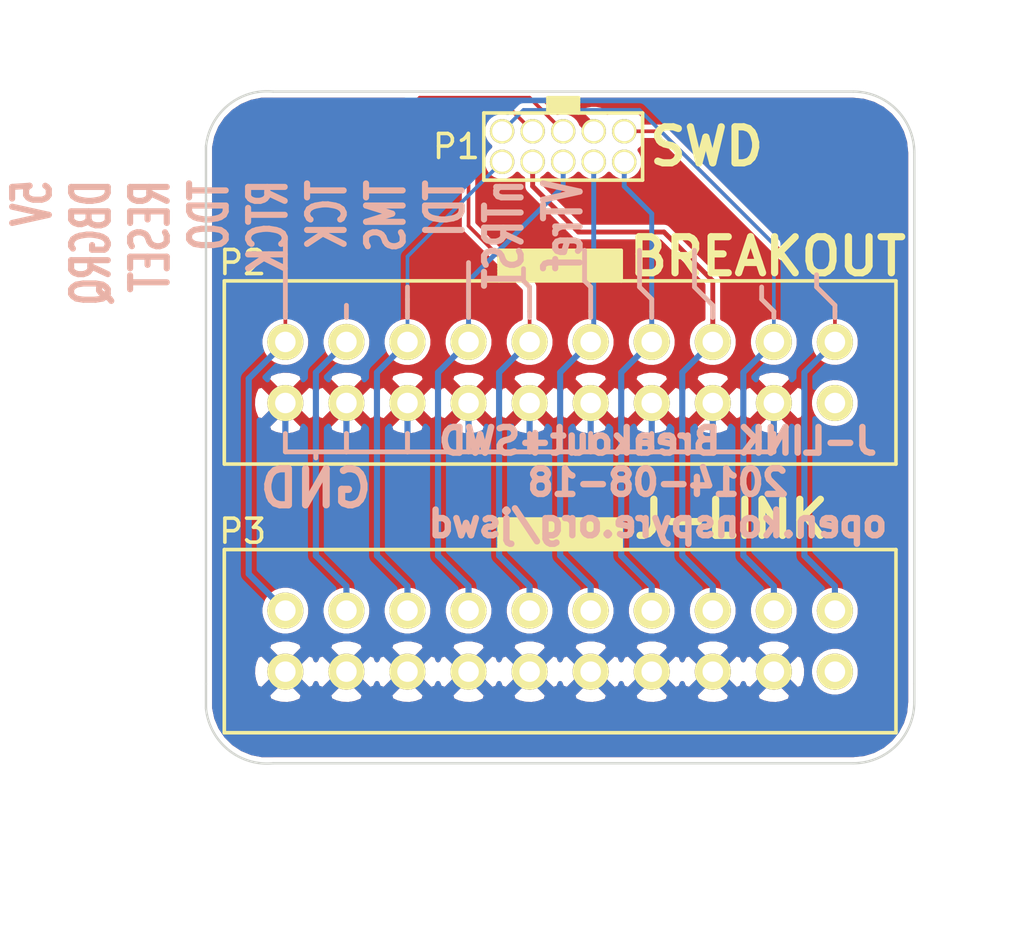
<source format=kicad_pcb>
(kicad_pcb (version 3) (host pcbnew "(2013-june-11)-stable")

  (general
    (links 37)
    (no_connects 0)
    (area 179.07 114.554 217.678001 153.162001)
    (thickness 1.6)
    (drawings 74)
    (tracks 107)
    (zones 0)
    (modules 3)
    (nets 12)
  )

  (page A3)
  (layers
    (15 F.Cu signal)
    (0 B.Cu signal)
    (16 B.Adhes user)
    (17 F.Adhes user)
    (18 B.Paste user)
    (19 F.Paste user)
    (20 B.SilkS user)
    (21 F.SilkS user)
    (22 B.Mask user)
    (23 F.Mask user)
    (24 Dwgs.User user)
    (25 Cmts.User user)
    (26 Eco1.User user)
    (27 Eco2.User user)
    (28 Edge.Cuts user)
  )

  (setup
    (last_trace_width 0.254)
    (trace_clearance 0.1524)
    (zone_clearance 0.2032)
    (zone_45_only no)
    (trace_min 0.1524)
    (segment_width 0.2)
    (edge_width 0.1)
    (via_size 0.889)
    (via_drill 0.635)
    (via_min_size 0.508)
    (via_min_drill 0.3302)
    (uvia_size 0.508)
    (uvia_drill 0.127)
    (uvias_allowed no)
    (uvia_min_size 0.508)
    (uvia_min_drill 0.127)
    (pcb_text_width 0.3)
    (pcb_text_size 1.5 1.5)
    (mod_edge_width 0.15)
    (mod_text_size 1 1)
    (mod_text_width 0.15)
    (pad_size 1.016 1.016)
    (pad_drill 0.8255)
    (pad_to_mask_clearance 0)
    (aux_axis_origin 0 0)
    (visible_elements FFFFFFBF)
    (pcbplotparams
      (layerselection 284196865)
      (usegerberextensions true)
      (excludeedgelayer true)
      (linewidth 0.150000)
      (plotframeref false)
      (viasonmask false)
      (mode 1)
      (useauxorigin false)
      (hpglpennumber 1)
      (hpglpenspeed 20)
      (hpglpendiameter 15)
      (hpglpenoverlay 2)
      (psnegative false)
      (psa4output false)
      (plotreference true)
      (plotvalue true)
      (plotothertext true)
      (plotinvisibletext false)
      (padsonsilk false)
      (subtractmaskfromsilk false)
      (outputformat 1)
      (mirror false)
      (drillshape 0)
      (scaleselection 1)
      (outputdirectory gerbers/))
  )

  (net 0 "")
  (net 1 /5V)
  (net 2 /DBGRQ)
  (net 3 /RESET)
  (net 4 /RTCK)
  (net 5 /TCK)
  (net 6 /TDI)
  (net 7 /TDO)
  (net 8 /TMS)
  (net 9 /VTref)
  (net 10 /nTRST)
  (net 11 GND)

  (net_class Default "This is the default net class."
    (clearance 0.1524)
    (trace_width 0.254)
    (via_dia 0.889)
    (via_drill 0.635)
    (uvia_dia 0.508)
    (uvia_drill 0.127)
    (add_net "")
  )

  (net_class Min ""
    (clearance 0.1524)
    (trace_width 0.1524)
    (via_dia 0.508)
    (via_drill 0.3302)
    (uvia_dia 0.508)
    (uvia_drill 0.127)
  )

  (net_class SWD ""
    (clearance 0.1524)
    (trace_width 0.1524)
    (via_dia 0.889)
    (via_drill 0.635)
    (uvia_dia 0.508)
    (uvia_drill 0.127)
    (add_net /5V)
    (add_net /DBGRQ)
    (add_net /RESET)
    (add_net /RTCK)
    (add_net /TCK)
    (add_net /TDI)
    (add_net /TDO)
    (add_net /TMS)
    (add_net /VTref)
    (add_net /nTRST)
    (add_net GND)
  )

  (module SEGGER_INPUT (layer F.Cu) (tedit 53FFBB9F) (tstamp 53F22660)
    (at 198.374 139.954 180)
    (path /53516C39)
    (fp_text reference P3 (at 13.208 3.302 180) (layer F.SilkS)
      (effects (font (size 1 1) (thickness 0.15)))
    )
    (fp_text value JTAG (at 12.5 -6.25 180) (layer F.SilkS) hide
      (effects (font (size 1 1) (thickness 0.15)))
    )
    (fp_line (start -2.54 3.683) (end 2.54 3.683) (layer F.SilkS) (width 0.15))
    (fp_line (start 2.54 3.556) (end -2.54 3.556) (layer F.SilkS) (width 0.15))
    (fp_line (start -2.54 3.429) (end 2.54 3.429) (layer F.SilkS) (width 0.15))
    (fp_line (start 2.54 3.302) (end -2.54 3.302) (layer F.SilkS) (width 0.15))
    (fp_line (start -2.54 3.175) (end 2.54 3.175) (layer F.SilkS) (width 0.15))
    (fp_line (start 2.54 3.048) (end -2.54 3.048) (layer F.SilkS) (width 0.15))
    (fp_line (start -2.54 2.921) (end 2.54 2.921) (layer F.SilkS) (width 0.15))
    (fp_line (start 2.54 2.794) (end -2.54 2.794) (layer F.SilkS) (width 0.15))
    (fp_line (start -2.54 2.667) (end 2.54 2.667) (layer F.SilkS) (width 0.15))
    (fp_line (start -2.54 2.54) (end -2.54 3.81) (layer F.SilkS) (width 0.15))
    (fp_line (start -2.54 3.81) (end -1.27 3.81) (layer F.SilkS) (width 0.15))
    (fp_line (start -1.27 3.81) (end 2.54 3.81) (layer F.SilkS) (width 0.15))
    (fp_line (start 2.54 3.81) (end 2.54 2.54) (layer F.SilkS) (width 0.15))
    (fp_line (start -13.97 2.54) (end -13.97 -5.08) (layer F.SilkS) (width 0.15))
    (fp_line (start -13.97 -5.08) (end 13.97 -5.08) (layer F.SilkS) (width 0.15))
    (fp_line (start 13.97 -5.08) (end 13.97 2.54) (layer F.SilkS) (width 0.15))
    (fp_line (start 13.97 2.54) (end -13.97 2.54) (layer F.SilkS) (width 0.15))
    (pad 1 thru_hole circle (at -11.43 0 180) (size 1.5 1.5) (drill 0.8509)
      (layers *.Cu *.Mask F.SilkS)
      (net 9 /VTref)
    )
    (pad 2 thru_hole circle (at -11.43 -2.54 180) (size 1.5 1.5) (drill 0.8509)
      (layers *.Cu *.Mask F.SilkS)
    )
    (pad 3 thru_hole circle (at -8.89 0 180) (size 1.5 1.5) (drill 0.8509)
      (layers *.Cu *.Mask F.SilkS)
      (net 10 /nTRST)
    )
    (pad 4 thru_hole circle (at -8.89 -2.54 180) (size 1.5 1.5) (drill 0.8509)
      (layers *.Cu *.Mask F.SilkS)
      (net 11 GND)
    )
    (pad 5 thru_hole circle (at -6.35 0 180) (size 1.5 1.5) (drill 0.8509)
      (layers *.Cu *.Mask F.SilkS)
      (net 6 /TDI)
    )
    (pad 6 thru_hole circle (at -6.35 -2.54 180) (size 1.5 1.5) (drill 0.8509)
      (layers *.Cu *.Mask F.SilkS)
      (net 11 GND)
    )
    (pad 7 thru_hole circle (at -3.81 0 180) (size 1.5 1.5) (drill 0.8509)
      (layers *.Cu *.Mask F.SilkS)
      (net 8 /TMS)
    )
    (pad 8 thru_hole circle (at -3.81 -2.54 180) (size 1.5 1.5) (drill 0.8509)
      (layers *.Cu *.Mask F.SilkS)
      (net 11 GND)
    )
    (pad 9 thru_hole circle (at -1.27 0 180) (size 1.5 1.5) (drill 0.8509)
      (layers *.Cu *.Mask F.SilkS)
      (net 5 /TCK)
    )
    (pad 10 thru_hole circle (at -1.27 -2.54 180) (size 1.5 1.5) (drill 0.8509)
      (layers *.Cu *.Mask F.SilkS)
      (net 11 GND)
    )
    (pad 11 thru_hole circle (at 1.27 0 180) (size 1.5 1.5) (drill 0.8509)
      (layers *.Cu *.Mask F.SilkS)
      (net 4 /RTCK)
    )
    (pad 12 thru_hole circle (at 1.27 -2.54 180) (size 1.5 1.5) (drill 0.8509)
      (layers *.Cu *.Mask F.SilkS)
      (net 11 GND)
    )
    (pad 13 thru_hole circle (at 3.81 0 180) (size 1.5 1.5) (drill 0.8509)
      (layers *.Cu *.Mask F.SilkS)
      (net 7 /TDO)
    )
    (pad 14 thru_hole circle (at 3.81 -2.54 180) (size 1.5 1.5) (drill 0.8509)
      (layers *.Cu *.Mask F.SilkS)
      (net 11 GND)
    )
    (pad 15 thru_hole circle (at 6.35 0 180) (size 1.5 1.5) (drill 0.8509)
      (layers *.Cu *.Mask F.SilkS)
      (net 3 /RESET)
    )
    (pad 16 thru_hole circle (at 6.35 -2.54 180) (size 1.5 1.5) (drill 0.8509)
      (layers *.Cu *.Mask F.SilkS)
      (net 11 GND)
    )
    (pad 17 thru_hole circle (at 8.89 0 180) (size 1.5 1.5) (drill 0.8509)
      (layers *.Cu *.Mask F.SilkS)
      (net 2 /DBGRQ)
    )
    (pad 18 thru_hole circle (at 8.89 -2.54 180) (size 1.5 1.5) (drill 0.8509)
      (layers *.Cu *.Mask F.SilkS)
      (net 11 GND)
    )
    (pad 19 thru_hole circle (at 11.43 0 180) (size 1.5 1.5) (drill 0.8509)
      (layers *.Cu *.Mask F.SilkS)
      (net 1 /5V)
    )
    (pad 20 thru_hole circle (at 11.43 -2.54 180) (size 1.5 1.5) (drill 0.8509)
      (layers *.Cu *.Mask F.SilkS)
      (net 11 GND)
    )
  )

  (module SEGGER_INPUT (layer F.Cu) (tedit 53FFBB9F) (tstamp 53F2514F)
    (at 198.374 128.778 180)
    (path /532B5952)
    (fp_text reference P2 (at 13.208 3.302 180) (layer F.SilkS)
      (effects (font (size 1 1) (thickness 0.15)))
    )
    (fp_text value JTAG (at 12.5 -6.25 180) (layer F.SilkS) hide
      (effects (font (size 1 1) (thickness 0.15)))
    )
    (fp_line (start -2.54 3.683) (end 2.54 3.683) (layer F.SilkS) (width 0.15))
    (fp_line (start 2.54 3.556) (end -2.54 3.556) (layer F.SilkS) (width 0.15))
    (fp_line (start -2.54 3.429) (end 2.54 3.429) (layer F.SilkS) (width 0.15))
    (fp_line (start 2.54 3.302) (end -2.54 3.302) (layer F.SilkS) (width 0.15))
    (fp_line (start -2.54 3.175) (end 2.54 3.175) (layer F.SilkS) (width 0.15))
    (fp_line (start 2.54 3.048) (end -2.54 3.048) (layer F.SilkS) (width 0.15))
    (fp_line (start -2.54 2.921) (end 2.54 2.921) (layer F.SilkS) (width 0.15))
    (fp_line (start 2.54 2.794) (end -2.54 2.794) (layer F.SilkS) (width 0.15))
    (fp_line (start -2.54 2.667) (end 2.54 2.667) (layer F.SilkS) (width 0.15))
    (fp_line (start -2.54 2.54) (end -2.54 3.81) (layer F.SilkS) (width 0.15))
    (fp_line (start -2.54 3.81) (end -1.27 3.81) (layer F.SilkS) (width 0.15))
    (fp_line (start -1.27 3.81) (end 2.54 3.81) (layer F.SilkS) (width 0.15))
    (fp_line (start 2.54 3.81) (end 2.54 2.54) (layer F.SilkS) (width 0.15))
    (fp_line (start -13.97 2.54) (end -13.97 -5.08) (layer F.SilkS) (width 0.15))
    (fp_line (start -13.97 -5.08) (end 13.97 -5.08) (layer F.SilkS) (width 0.15))
    (fp_line (start 13.97 -5.08) (end 13.97 2.54) (layer F.SilkS) (width 0.15))
    (fp_line (start 13.97 2.54) (end -13.97 2.54) (layer F.SilkS) (width 0.15))
    (pad 1 thru_hole circle (at -11.43 0 180) (size 1.5 1.5) (drill 0.8509)
      (layers *.Cu *.Mask F.SilkS)
      (net 9 /VTref)
    )
    (pad 2 thru_hole circle (at -11.43 -2.54 180) (size 1.5 1.5) (drill 0.8509)
      (layers *.Cu *.Mask F.SilkS)
    )
    (pad 3 thru_hole circle (at -8.89 0 180) (size 1.5 1.5) (drill 0.8509)
      (layers *.Cu *.Mask F.SilkS)
      (net 10 /nTRST)
    )
    (pad 4 thru_hole circle (at -8.89 -2.54 180) (size 1.5 1.5) (drill 0.8509)
      (layers *.Cu *.Mask F.SilkS)
      (net 11 GND)
    )
    (pad 5 thru_hole circle (at -6.35 0 180) (size 1.5 1.5) (drill 0.8509)
      (layers *.Cu *.Mask F.SilkS)
      (net 6 /TDI)
    )
    (pad 6 thru_hole circle (at -6.35 -2.54 180) (size 1.5 1.5) (drill 0.8509)
      (layers *.Cu *.Mask F.SilkS)
      (net 11 GND)
    )
    (pad 7 thru_hole circle (at -3.81 0 180) (size 1.5 1.5) (drill 0.8509)
      (layers *.Cu *.Mask F.SilkS)
      (net 8 /TMS)
    )
    (pad 8 thru_hole circle (at -3.81 -2.54 180) (size 1.5 1.5) (drill 0.8509)
      (layers *.Cu *.Mask F.SilkS)
      (net 11 GND)
    )
    (pad 9 thru_hole circle (at -1.27 0 180) (size 1.5 1.5) (drill 0.8509)
      (layers *.Cu *.Mask F.SilkS)
      (net 5 /TCK)
    )
    (pad 10 thru_hole circle (at -1.27 -2.54 180) (size 1.5 1.5) (drill 0.8509)
      (layers *.Cu *.Mask F.SilkS)
      (net 11 GND)
    )
    (pad 11 thru_hole circle (at 1.27 0 180) (size 1.5 1.5) (drill 0.8509)
      (layers *.Cu *.Mask F.SilkS)
      (net 4 /RTCK)
    )
    (pad 12 thru_hole circle (at 1.27 -2.54 180) (size 1.5 1.5) (drill 0.8509)
      (layers *.Cu *.Mask F.SilkS)
      (net 11 GND)
    )
    (pad 13 thru_hole circle (at 3.81 0 180) (size 1.5 1.5) (drill 0.8509)
      (layers *.Cu *.Mask F.SilkS)
      (net 7 /TDO)
    )
    (pad 14 thru_hole circle (at 3.81 -2.54 180) (size 1.5 1.5) (drill 0.8509)
      (layers *.Cu *.Mask F.SilkS)
      (net 11 GND)
    )
    (pad 15 thru_hole circle (at 6.35 0 180) (size 1.5 1.5) (drill 0.8509)
      (layers *.Cu *.Mask F.SilkS)
      (net 3 /RESET)
    )
    (pad 16 thru_hole circle (at 6.35 -2.54 180) (size 1.5 1.5) (drill 0.8509)
      (layers *.Cu *.Mask F.SilkS)
      (net 11 GND)
    )
    (pad 17 thru_hole circle (at 8.89 0 180) (size 1.5 1.5) (drill 0.8509)
      (layers *.Cu *.Mask F.SilkS)
      (net 2 /DBGRQ)
    )
    (pad 18 thru_hole circle (at 8.89 -2.54 180) (size 1.5 1.5) (drill 0.8509)
      (layers *.Cu *.Mask F.SilkS)
      (net 11 GND)
    )
    (pad 19 thru_hole circle (at 11.43 0 180) (size 1.5 1.5) (drill 0.8509)
      (layers *.Cu *.Mask F.SilkS)
      (net 1 /5V)
    )
    (pad 20 thru_hole circle (at 11.43 -2.54 180) (size 1.5 1.5) (drill 0.8509)
      (layers *.Cu *.Mask F.SilkS)
      (net 11 GND)
    )
  )

  (module JTAG_SMALL (layer F.Cu) (tedit 53FFCD8A) (tstamp 53F245D1)
    (at 199.136 120.65)
    (path /53F24B42)
    (fp_text reference P1 (at -5.08 0) (layer F.SilkS)
      (effects (font (size 1 1) (thickness 0.15)))
    )
    (fp_text value SWD (at 0 2.159) (layer F.SilkS) hide
      (effects (font (size 1 1) (thickness 0.15)))
    )
    (fp_line (start -1.27 -1.905) (end 0 -1.905) (layer F.SilkS) (width 0.15))
    (fp_line (start -1.27 -1.778) (end 0 -1.778) (layer F.SilkS) (width 0.15))
    (fp_line (start 0 -1.651) (end -1.143 -1.651) (layer F.SilkS) (width 0.15))
    (fp_line (start -1.27 -1.524) (end 0 -1.524) (layer F.SilkS) (width 0.15))
    (fp_line (start -1.27 -1.397) (end -1.27 -2.032) (layer F.SilkS) (width 0.15))
    (fp_line (start -1.27 -2.032) (end 0 -2.032) (layer F.SilkS) (width 0.15))
    (fp_line (start 0 -2.032) (end 0 -1.397) (layer F.SilkS) (width 0.15))
    (fp_line (start -3.937 -1.397) (end 2.667 -1.397) (layer F.SilkS) (width 0.15))
    (fp_line (start 2.667 -1.397) (end 2.667 1.397) (layer F.SilkS) (width 0.15))
    (fp_line (start 2.667 1.397) (end -3.937 1.397) (layer F.SilkS) (width 0.15))
    (fp_line (start -3.937 -1.397) (end -3.937 1.397) (layer F.SilkS) (width 0.15))
    (pad 9 thru_hole circle (at -3.175 -0.635) (size 1.016 1.016) (drill 0.8255)
      (layers *.Cu *.Mask F.SilkS)
      (net 10 /nTRST)
    )
    (pad 7 thru_hole circle (at -1.905 -0.635) (size 1.016 1.016) (drill 0.8255)
      (layers *.Cu *.Mask F.SilkS)
      (net 4 /RTCK)
    )
    (pad 5 thru_hole circle (at -0.635 -0.635) (size 1.016 1.016) (drill 0.8255)
      (layers *.Cu *.Mask F.SilkS)
      (net 1 /5V)
    )
    (pad 3 thru_hole circle (at 0.635 -0.635) (size 1.016 1.016) (drill 0.8255)
      (layers *.Cu *.Mask F.SilkS)
      (net 11 GND)
    )
    (pad 1 thru_hole circle (at 1.905 -0.635) (size 1.016 1.016) (drill 0.8255)
      (layers *.Cu *.Mask F.SilkS)
      (net 9 /VTref)
    )
    (pad 10 thru_hole circle (at -3.175 0.635) (size 1.016 1.016) (drill 0.8255)
      (layers *.Cu *.Mask F.SilkS)
      (net 3 /RESET)
    )
    (pad 8 thru_hole circle (at -1.905 0.635) (size 1.016 1.016) (drill 0.8255)
      (layers *.Cu *.Mask F.SilkS)
      (net 6 /TDI)
    )
    (pad 6 thru_hole circle (at -0.635 0.635) (size 1.016 1.016) (drill 0.8255)
      (layers *.Cu *.Mask F.SilkS)
      (net 7 /TDO)
    )
    (pad 4 thru_hole circle (at 0.635 0.635) (size 1.016 1.016) (drill 0.8255)
      (layers *.Cu *.Mask F.SilkS)
      (net 5 /TCK)
    )
    (pad 2 thru_hole circle (at 1.905 0.635) (size 1.016 1.016) (drill 0.8255)
      (layers *.Cu *.Mask F.SilkS)
      (net 8 /TMS)
    )
  )

  (gr_line (start 188.214 133.35) (end 188.214 133.604) (angle 90) (layer B.SilkS) (width 0.2))
  (gr_line (start 207.264 132.588) (end 207.264 133.35) (angle 90) (layer B.SilkS) (width 0.2))
  (gr_line (start 207.264 133.35) (end 207.264 132.588) (angle 90) (layer B.SilkS) (width 0.2))
  (gr_line (start 204.724 133.35) (end 207.264 133.35) (angle 90) (layer B.SilkS) (width 0.2))
  (gr_line (start 204.724 132.588) (end 204.724 133.35) (angle 90) (layer B.SilkS) (width 0.2))
  (gr_line (start 204.724 133.35) (end 204.724 132.588) (angle 90) (layer B.SilkS) (width 0.2))
  (gr_line (start 202.184 133.35) (end 204.724 133.35) (angle 90) (layer B.SilkS) (width 0.2))
  (gr_line (start 202.184 132.588) (end 202.184 133.35) (angle 90) (layer B.SilkS) (width 0.2))
  (gr_line (start 202.184 133.35) (end 202.184 132.588) (angle 90) (layer B.SilkS) (width 0.2))
  (gr_line (start 199.644 133.35) (end 202.184 133.35) (angle 90) (layer B.SilkS) (width 0.2))
  (gr_line (start 199.644 132.588) (end 199.644 133.35) (angle 90) (layer B.SilkS) (width 0.2))
  (gr_line (start 199.644 133.35) (end 199.644 132.588) (angle 90) (layer B.SilkS) (width 0.2))
  (gr_line (start 197.104 133.35) (end 199.644 133.35) (angle 90) (layer B.SilkS) (width 0.2))
  (gr_line (start 197.104 132.588) (end 197.104 133.35) (angle 90) (layer B.SilkS) (width 0.2))
  (gr_line (start 197.104 133.35) (end 197.104 132.588) (angle 90) (layer B.SilkS) (width 0.2))
  (gr_line (start 194.564 133.35) (end 197.104 133.35) (angle 90) (layer B.SilkS) (width 0.2))
  (gr_line (start 194.564 133.35) (end 194.564 132.588) (angle 90) (layer B.SilkS) (width 0.2))
  (gr_line (start 192.024 133.35) (end 194.564 133.35) (angle 90) (layer B.SilkS) (width 0.2))
  (gr_line (start 192.024 132.588) (end 192.024 133.35) (angle 90) (layer B.SilkS) (width 0.2))
  (gr_line (start 192.024 133.35) (end 192.024 132.588) (angle 90) (layer B.SilkS) (width 0.2))
  (gr_line (start 189.484 133.35) (end 192.024 133.35) (angle 90) (layer B.SilkS) (width 0.2))
  (gr_line (start 189.484 132.588) (end 189.484 133.35) (angle 90) (layer B.SilkS) (width 0.2))
  (gr_line (start 189.484 133.35) (end 189.484 132.588) (angle 90) (layer B.SilkS) (width 0.2))
  (gr_line (start 186.944 133.35) (end 189.484 133.35) (angle 90) (layer B.SilkS) (width 0.2))
  (gr_line (start 186.944 132.588) (end 186.944 133.35) (angle 90) (layer B.SilkS) (width 0.2))
  (gr_text "J-LINK Breakout+SWD\n2014-08-18\nopen.konspyre.org/jswd" (at 202.438 134.62) (layer B.SilkS)
    (effects (font (size 1.0668 1.0668) (thickness 0.2667)) (justify mirror))
  )
  (gr_text BREAKOUT (at 207.01 125.222) (layer F.SilkS)
    (effects (font (size 1.5 1.5) (thickness 0.3)))
  )
  (gr_text J-LINK (at 205.486 136.144) (layer F.SilkS)
    (effects (font (size 1.5 1.5) (thickness 0.3)))
  )
  (gr_text SWD (at 204.47 120.65) (layer F.SilkS)
    (effects (font (size 1.5 1.5) (thickness 0.3)))
  )
  (gr_text GND (at 188.214 134.874) (layer B.SilkS)
    (effects (font (size 1.5 1.5) (thickness 0.3)) (justify mirror))
  )
  (gr_line (start 199.39 125.476) (end 199.39 124.968) (angle 90) (layer B.SilkS) (width 0.2))
  (gr_line (start 201.676 125.476) (end 201.676 124.968) (angle 90) (layer B.SilkS) (width 0.2))
  (gr_line (start 196.85 126.238) (end 196.85 125.73) (angle 90) (layer B.SilkS) (width 0.2))
  (gr_line (start 192.024 127) (end 192.024 126.492) (angle 90) (layer B.SilkS) (width 0.2))
  (gr_line (start 186.944 127.508) (end 186.944 127.762) (angle 90) (layer B.SilkS) (width 0.2))
  (gr_line (start 209.804 127.508) (end 209.804 127.762) (angle 90) (layer B.SilkS) (width 0.2))
  (gr_line (start 209.042 126.492) (end 209.042 125.984) (angle 90) (layer B.SilkS) (width 0.2))
  (gr_line (start 206.756 127) (end 206.756 126.492) (angle 90) (layer B.SilkS) (width 0.2))
  (gr_line (start 207.264 127.508) (end 207.264 127.762) (angle 90) (layer B.SilkS) (width 0.2))
  (gr_line (start 204.724 127.508) (end 204.724 127.762) (angle 90) (layer B.SilkS) (width 0.2))
  (gr_line (start 202.184 127.508) (end 202.184 127.762) (angle 90) (layer B.SilkS) (width 0.2))
  (gr_line (start 199.644 127.508) (end 199.644 127.762) (angle 90) (layer B.SilkS) (width 0.2))
  (gr_line (start 197.104 127.508) (end 197.104 127.762) (angle 90) (layer B.SilkS) (width 0.2))
  (gr_line (start 194.564 127.508) (end 194.564 127.762) (angle 90) (layer B.SilkS) (width 0.2))
  (gr_line (start 192.024 127.508) (end 192.024 127.762) (angle 90) (layer B.SilkS) (width 0.2))
  (gr_line (start 189.484 127.254) (end 189.484 127.762) (angle 90) (layer B.SilkS) (width 0.2))
  (gr_line (start 192.024 127) (end 192.024 127.508) (angle 90) (layer B.SilkS) (width 0.2))
  (gr_line (start 194.564 125.476) (end 194.564 127.508) (angle 90) (layer B.SilkS) (width 0.2))
  (gr_line (start 197.104 126.492) (end 197.104 127.508) (angle 90) (layer B.SilkS) (width 0.2))
  (gr_line (start 196.85 126.238) (end 197.104 126.492) (angle 90) (layer B.SilkS) (width 0.2))
  (gr_line (start 199.39 126.238) (end 199.39 125.476) (angle 90) (layer B.SilkS) (width 0.2))
  (gr_line (start 199.644 126.492) (end 199.39 126.238) (angle 90) (layer B.SilkS) (width 0.2))
  (gr_line (start 199.644 127.508) (end 199.644 126.492) (angle 90) (layer B.SilkS) (width 0.2))
  (gr_line (start 202.184 127) (end 202.184 127.508) (angle 90) (layer B.SilkS) (width 0.2))
  (gr_line (start 201.676 126.492) (end 202.184 127) (angle 90) (layer B.SilkS) (width 0.2))
  (gr_line (start 201.676 125.476) (end 201.676 126.492) (angle 90) (layer B.SilkS) (width 0.2))
  (gr_line (start 204.724 127.254) (end 204.724 127.508) (angle 90) (layer B.SilkS) (width 0.2))
  (gr_line (start 203.962 126.492) (end 204.724 127.254) (angle 90) (layer B.SilkS) (width 0.2))
  (gr_line (start 203.962 124.968) (end 203.962 126.492) (angle 90) (layer B.SilkS) (width 0.2))
  (gr_line (start 206.756 127) (end 207.264 127.508) (angle 90) (layer B.SilkS) (width 0.2))
  (gr_line (start 209.804 127.254) (end 209.804 127.508) (angle 90) (layer B.SilkS) (width 0.2))
  (gr_line (start 209.042 126.492) (end 209.804 127.254) (angle 90) (layer B.SilkS) (width 0.2))
  (gr_line (start 186.944 124.46) (end 186.944 127.508) (angle 90) (layer B.SilkS) (width 0.2))
  (gr_text "5V\nDBGRQ\nRESET\nTDO\nRTCK\nTCK\nTMS\nTDI\nnTRST\nVTref" (at 187.452 121.92 90) (layer B.SilkS)
    (effects (font (size 1.524 1.016) (thickness 0.254)) (justify left mirror))
  )
  (gr_line (start 213.106 143.764) (end 213.106 143.002) (angle 90) (layer Edge.Cuts) (width 0.1))
  (gr_line (start 186.436 146.304) (end 210.566 146.304) (angle 90) (layer Edge.Cuts) (width 0.1))
  (gr_line (start 183.642 143.002) (end 183.642 144.018) (angle 90) (layer Edge.Cuts) (width 0.1))
  (gr_arc (start 210.566 143.764) (end 213.106 143.764) (angle 90) (layer Edge.Cuts) (width 0.1))
  (gr_arc (start 186.182 143.764) (end 186.436 146.304) (angle 90) (layer Edge.Cuts) (width 0.1))
  (gr_line (start 210.566 118.364) (end 186.436 118.364) (angle 90) (layer Edge.Cuts) (width 0.1))
  (gr_line (start 213.106 143.002) (end 213.106 120.904) (angle 90) (layer Edge.Cuts) (width 0.1))
  (gr_line (start 183.642 120.65) (end 183.642 143.002) (angle 90) (layer Edge.Cuts) (width 0.1))
  (gr_arc (start 210.566 120.904) (end 210.566 118.364) (angle 90) (layer Edge.Cuts) (width 0.1))
  (gr_arc (start 186.182 120.904) (end 183.642 120.65) (angle 90) (layer Edge.Cuts) (width 0.1))

  (segment (start 186.944 128.778) (end 186.944 124.206) (width 0.1524) (layer F.Cu) (net 1))
  (segment (start 197.104 118.618) (end 198.501 120.015) (width 0.1524) (layer F.Cu) (net 1) (tstamp 53FFC9DD))
  (segment (start 192.532 118.618) (end 197.104 118.618) (width 0.1524) (layer F.Cu) (net 1) (tstamp 53FFC9D7))
  (segment (start 186.944 124.206) (end 192.532 118.618) (width 0.1524) (layer F.Cu) (net 1) (tstamp 53FFC9CF))
  (segment (start 186.944 128.778) (end 185.42 130.302) (width 0.254) (layer B.Cu) (net 1))
  (segment (start 185.42 138.43) (end 186.944 139.954) (width 0.254) (layer B.Cu) (net 1) (tstamp 53F2284F))
  (segment (start 185.42 130.302) (end 185.42 138.43) (width 0.254) (layer B.Cu) (net 1) (tstamp 53F22844))
  (segment (start 189.484 128.778) (end 188.214 130.048) (width 0.254) (layer B.Cu) (net 2))
  (segment (start 189.484 138.938) (end 189.484 139.954) (width 0.254) (layer B.Cu) (net 2) (tstamp 53F228A5))
  (segment (start 188.214 137.668) (end 189.484 138.938) (width 0.254) (layer B.Cu) (net 2) (tstamp 53F2289A))
  (segment (start 188.214 130.048) (end 188.214 137.668) (width 0.254) (layer B.Cu) (net 2) (tstamp 53F22891))
  (segment (start 192.024 128.778) (end 192.024 125.222) (width 0.1524) (layer B.Cu) (net 3))
  (segment (start 192.024 125.222) (end 195.961 121.285) (width 0.1524) (layer B.Cu) (net 3) (tstamp 53FFCA63))
  (segment (start 192.024 128.778) (end 190.754 130.048) (width 0.254) (layer B.Cu) (net 3))
  (segment (start 192.024 138.938) (end 192.024 139.954) (width 0.254) (layer B.Cu) (net 3) (tstamp 53F228C6))
  (segment (start 190.754 137.668) (end 192.024 138.938) (width 0.254) (layer B.Cu) (net 3) (tstamp 53F228C1))
  (segment (start 190.754 130.048) (end 190.754 137.668) (width 0.254) (layer B.Cu) (net 3) (tstamp 53F228BC))
  (segment (start 197.231 120.015) (end 196.342 119.126) (width 0.1524) (layer F.Cu) (net 4))
  (segment (start 197.104 126.492) (end 197.104 128.778) (width 0.1524) (layer F.Cu) (net 4) (tstamp 53FFCB39))
  (segment (start 194.564 123.952) (end 197.104 126.492) (width 0.1524) (layer F.Cu) (net 4) (tstamp 53FFCB34))
  (segment (start 194.564 119.634) (end 194.564 123.952) (width 0.1524) (layer F.Cu) (net 4) (tstamp 53FFCB2C))
  (segment (start 195.072 119.126) (end 194.564 119.634) (width 0.1524) (layer F.Cu) (net 4) (tstamp 53FFCB28))
  (segment (start 196.342 119.126) (end 195.072 119.126) (width 0.1524) (layer F.Cu) (net 4) (tstamp 53FFCB24))
  (segment (start 197.104 128.778) (end 195.834 130.048) (width 0.254) (layer B.Cu) (net 4))
  (segment (start 197.104 138.938) (end 197.104 139.954) (width 0.254) (layer B.Cu) (net 4) (tstamp 53F229EB))
  (segment (start 195.834 137.668) (end 197.104 138.938) (width 0.254) (layer B.Cu) (net 4) (tstamp 53F229E5))
  (segment (start 195.834 130.048) (end 195.834 137.668) (width 0.254) (layer B.Cu) (net 4) (tstamp 53F229E1))
  (segment (start 199.771 121.285) (end 199.771 128.651) (width 0.2032) (layer B.Cu) (net 5))
  (segment (start 199.771 128.651) (end 199.644 128.778) (width 0.2032) (layer B.Cu) (net 5) (tstamp 53F2491A))
  (segment (start 199.644 128.778) (end 198.374 130.048) (width 0.254) (layer B.Cu) (net 5))
  (segment (start 199.644 138.938) (end 199.644 139.954) (width 0.254) (layer B.Cu) (net 5) (tstamp 53F229FF))
  (segment (start 198.374 137.668) (end 199.644 138.938) (width 0.254) (layer B.Cu) (net 5) (tstamp 53F229FB))
  (segment (start 198.374 130.048) (end 198.374 137.668) (width 0.254) (layer B.Cu) (net 5) (tstamp 53F229F8))
  (segment (start 197.231 121.285) (end 197.231 122.301) (width 0.2032) (layer F.Cu) (net 6))
  (segment (start 204.724 126.238) (end 204.724 128.778) (width 0.2032) (layer F.Cu) (net 6) (tstamp 53F24909))
  (segment (start 202.692 124.206) (end 204.724 126.238) (width 0.2032) (layer F.Cu) (net 6) (tstamp 53F24907))
  (segment (start 199.136 124.206) (end 202.692 124.206) (width 0.2032) (layer F.Cu) (net 6) (tstamp 53F24903))
  (segment (start 197.231 122.301) (end 199.136 124.206) (width 0.2032) (layer F.Cu) (net 6) (tstamp 53F248FE))
  (segment (start 204.724 128.778) (end 203.454 130.048) (width 0.254) (layer B.Cu) (net 6))
  (segment (start 204.724 138.938) (end 204.724 139.954) (width 0.254) (layer B.Cu) (net 6) (tstamp 53F22A22))
  (segment (start 203.454 137.668) (end 204.724 138.938) (width 0.254) (layer B.Cu) (net 6) (tstamp 53F22A1E))
  (segment (start 203.454 130.048) (end 203.454 137.668) (width 0.254) (layer B.Cu) (net 6) (tstamp 53F22A1D))
  (segment (start 198.501 121.285) (end 198.501 122.301) (width 0.2032) (layer B.Cu) (net 7))
  (segment (start 194.564 126.238) (end 194.564 128.778) (width 0.2032) (layer B.Cu) (net 7) (tstamp 53F24916))
  (segment (start 198.501 122.301) (end 194.564 126.238) (width 0.2032) (layer B.Cu) (net 7) (tstamp 53F24910))
  (segment (start 194.564 128.778) (end 193.294 130.048) (width 0.254) (layer B.Cu) (net 7))
  (segment (start 194.564 138.938) (end 194.564 139.954) (width 0.254) (layer B.Cu) (net 7) (tstamp 53F229CB))
  (segment (start 193.294 137.668) (end 194.564 138.938) (width 0.254) (layer B.Cu) (net 7) (tstamp 53F229C3))
  (segment (start 193.294 130.048) (end 193.294 137.668) (width 0.254) (layer B.Cu) (net 7) (tstamp 53F229BD))
  (segment (start 201.041 121.285) (end 201.041 122.301) (width 0.2032) (layer B.Cu) (net 8))
  (segment (start 202.184 123.444) (end 202.184 128.778) (width 0.2032) (layer B.Cu) (net 8) (tstamp 53F24922))
  (segment (start 201.041 122.301) (end 202.184 123.444) (width 0.2032) (layer B.Cu) (net 8) (tstamp 53F2491D))
  (segment (start 202.184 128.778) (end 200.914 130.048) (width 0.254) (layer B.Cu) (net 8))
  (segment (start 202.184 138.938) (end 202.184 139.954) (width 0.254) (layer B.Cu) (net 8) (tstamp 53F22A10))
  (segment (start 200.914 137.668) (end 202.184 138.938) (width 0.254) (layer B.Cu) (net 8) (tstamp 53F22A0C))
  (segment (start 200.914 130.048) (end 200.914 137.668) (width 0.254) (layer B.Cu) (net 8) (tstamp 53F22A0B))
  (segment (start 201.041 120.015) (end 202.565 120.015) (width 0.1524) (layer F.Cu) (net 9))
  (segment (start 209.804 127.254) (end 209.804 128.778) (width 0.1524) (layer F.Cu) (net 9) (tstamp 53FFC91A))
  (segment (start 202.565 120.015) (end 209.804 127.254) (width 0.1524) (layer F.Cu) (net 9) (tstamp 53FFC918))
  (segment (start 209.804 128.778) (end 208.534 130.048) (width 0.254) (layer B.Cu) (net 9))
  (segment (start 209.804 138.938) (end 209.804 139.954) (width 0.254) (layer B.Cu) (net 9) (tstamp 53F22A4E))
  (segment (start 208.534 137.668) (end 209.804 138.938) (width 0.254) (layer B.Cu) (net 9) (tstamp 53F22A47))
  (segment (start 208.534 130.048) (end 208.534 137.668) (width 0.254) (layer B.Cu) (net 9) (tstamp 53F22A46))
  (segment (start 195.961 120.015) (end 196.85 119.126) (width 0.1524) (layer B.Cu) (net 10))
  (segment (start 207.264 124.714) (end 207.264 128.778) (width 0.1524) (layer B.Cu) (net 10) (tstamp 53FFC921))
  (segment (start 201.676 119.126) (end 207.264 124.714) (width 0.1524) (layer B.Cu) (net 10) (tstamp 53FFC91F))
  (segment (start 196.85 119.126) (end 201.676 119.126) (width 0.1524) (layer B.Cu) (net 10) (tstamp 53FFC91E))
  (segment (start 207.264 128.778) (end 205.994 130.048) (width 0.254) (layer B.Cu) (net 10))
  (segment (start 207.264 138.938) (end 207.264 139.954) (width 0.254) (layer B.Cu) (net 10) (tstamp 53F22A3A))
  (segment (start 205.994 137.668) (end 207.264 138.938) (width 0.254) (layer B.Cu) (net 10) (tstamp 53F22A34))
  (segment (start 205.994 130.048) (end 205.994 137.668) (width 0.254) (layer B.Cu) (net 10) (tstamp 53F22A31))
  (segment (start 192.024 131.318) (end 192.024 137.668) (width 0.254) (layer B.Cu) (net 11))
  (segment (start 193.294 141.224) (end 192.024 142.494) (width 0.254) (layer B.Cu) (net 11) (tstamp 53F228D2))
  (segment (start 193.294 138.938) (end 193.294 141.224) (width 0.254) (layer B.Cu) (net 11) (tstamp 53F228CD))
  (segment (start 192.024 137.668) (end 193.294 138.938) (width 0.254) (layer B.Cu) (net 11) (tstamp 53F228CA))
  (segment (start 186.944 131.318) (end 186.944 137.668) (width 0.254) (layer B.Cu) (net 11))
  (segment (start 188.214 141.224) (end 186.944 142.494) (width 0.254) (layer B.Cu) (net 11) (tstamp 53F22885))
  (segment (start 188.214 138.938) (end 188.214 141.224) (width 0.254) (layer B.Cu) (net 11) (tstamp 53F22881))
  (segment (start 186.944 137.668) (end 188.214 138.938) (width 0.254) (layer B.Cu) (net 11) (tstamp 53F2287C))
  (segment (start 204.724 131.318) (end 204.724 137.668) (width 0.254) (layer B.Cu) (net 11))
  (segment (start 205.994 141.224) (end 204.724 142.494) (width 0.254) (layer B.Cu) (net 11) (tstamp 53F22A2C))
  (segment (start 205.994 138.938) (end 205.994 141.224) (width 0.254) (layer B.Cu) (net 11) (tstamp 53F22A29))
  (segment (start 204.724 137.668) (end 205.994 138.938) (width 0.254) (layer B.Cu) (net 11) (tstamp 53F22A26))
  (segment (start 197.104 131.318) (end 197.104 137.668) (width 0.254) (layer B.Cu) (net 11))
  (segment (start 198.374 141.224) (end 197.104 142.494) (width 0.254) (layer B.Cu) (net 11) (tstamp 53F229F4))
  (segment (start 198.374 138.938) (end 198.374 141.224) (width 0.254) (layer B.Cu) (net 11) (tstamp 53F229F1))
  (segment (start 197.104 137.668) (end 198.374 138.938) (width 0.254) (layer B.Cu) (net 11) (tstamp 53F229EF))
  (segment (start 199.644 131.318) (end 199.644 137.668) (width 0.254) (layer B.Cu) (net 11))
  (segment (start 200.914 141.224) (end 199.644 142.494) (width 0.254) (layer B.Cu) (net 11) (tstamp 53F22A07))
  (segment (start 200.914 138.938) (end 200.914 141.224) (width 0.254) (layer B.Cu) (net 11) (tstamp 53F22A05))
  (segment (start 199.644 137.668) (end 200.914 138.938) (width 0.254) (layer B.Cu) (net 11) (tstamp 53F22A03))
  (segment (start 202.184 131.318) (end 202.184 137.668) (width 0.254) (layer B.Cu) (net 11))
  (segment (start 203.454 141.224) (end 202.184 142.494) (width 0.254) (layer B.Cu) (net 11) (tstamp 53F22A19))
  (segment (start 203.454 138.938) (end 203.454 141.224) (width 0.254) (layer B.Cu) (net 11) (tstamp 53F22A16))
  (segment (start 202.184 137.668) (end 203.454 138.938) (width 0.254) (layer B.Cu) (net 11) (tstamp 53F22A14))
  (segment (start 194.564 131.318) (end 194.564 137.668) (width 0.254) (layer B.Cu) (net 11))
  (segment (start 195.834 141.224) (end 194.564 142.494) (width 0.254) (layer B.Cu) (net 11) (tstamp 53F229D4))
  (segment (start 195.834 138.938) (end 195.834 141.224) (width 0.254) (layer B.Cu) (net 11) (tstamp 53F229D1))
  (segment (start 194.564 137.668) (end 195.834 138.938) (width 0.254) (layer B.Cu) (net 11) (tstamp 53F229CF))
  (segment (start 207.264 131.318) (end 207.264 137.668) (width 0.254) (layer B.Cu) (net 11))
  (segment (start 208.534 141.224) (end 207.264 142.494) (width 0.254) (layer B.Cu) (net 11) (tstamp 53F22A42))
  (segment (start 208.534 138.938) (end 208.534 141.224) (width 0.254) (layer B.Cu) (net 11) (tstamp 53F22A40))
  (segment (start 207.264 137.668) (end 208.534 138.938) (width 0.254) (layer B.Cu) (net 11) (tstamp 53F22A3E))
  (segment (start 189.484 131.318) (end 189.484 137.668) (width 0.254) (layer B.Cu) (net 11))
  (segment (start 190.754 141.224) (end 189.484 142.494) (width 0.254) (layer B.Cu) (net 11) (tstamp 53F228B4))
  (segment (start 190.754 138.938) (end 190.754 141.224) (width 0.254) (layer B.Cu) (net 11) (tstamp 53F228B0))
  (segment (start 189.484 137.668) (end 190.754 138.938) (width 0.254) (layer B.Cu) (net 11) (tstamp 53F228AB))

  (zone (net 11) (net_name GND) (layer F.Cu) (tstamp 53F24A86) (hatch edge 0.508)
    (connect_pads (clearance 0.2032))
    (min_thickness 0.2032)
    (fill (arc_segments 32) (thermal_gap 0.508) (thermal_bridge_width 0.508))
    (polygon
      (pts
        (xy 217.17 152.654) (xy 179.578 152.654) (xy 179.578 115.062) (xy 217.17 115.062)
      )
    )
    (filled_polygon
      (pts
        (xy 212.7512 143.746644) (xy 212.707913 144.188112) (xy 212.584745 144.596066) (xy 212.38468 144.972332) (xy 212.11535 145.302564)
        (xy 211.786997 145.574201) (xy 211.41214 145.776886) (xy 211.005051 145.902901) (xy 210.858845 145.918268) (xy 210.858845 142.390572)
        (xy 210.858845 139.850572) (xy 210.858845 131.214572) (xy 210.818666 131.011654) (xy 210.739839 130.820406) (xy 210.625366 130.64811)
        (xy 210.479608 130.501331) (xy 210.308116 130.385658) (xy 210.117422 130.305498) (xy 209.91479 130.263903) (xy 209.707938 130.262459)
        (xy 209.504745 130.30122) (xy 209.312951 130.37871) (xy 209.139861 130.491977) (xy 208.992067 130.636707) (xy 208.8752 130.807388)
        (xy 208.79371 130.997517) (xy 208.750702 131.199854) (xy 208.747814 131.40669) (xy 208.785156 131.610149) (xy 208.861305 131.802479)
        (xy 208.973361 131.976356) (xy 209.117056 132.125157) (xy 209.286916 132.243213) (xy 209.476472 132.326028) (xy 209.678503 132.370447)
        (xy 209.885315 132.374779) (xy 210.089029 132.338859) (xy 210.281886 132.264054) (xy 210.456541 132.153215) (xy 210.606341 132.010562)
        (xy 210.72558 131.84153) (xy 210.809717 131.652557) (xy 210.855545 131.450841) (xy 210.858845 131.214572) (xy 210.858845 139.850572)
        (xy 210.818666 139.647654) (xy 210.739839 139.456406) (xy 210.625366 139.28411) (xy 210.479608 139.137331) (xy 210.308116 139.021658)
        (xy 210.117422 138.941498) (xy 209.91479 138.899903) (xy 209.707938 138.898459) (xy 209.504745 138.93722) (xy 209.312951 139.01471)
        (xy 209.139861 139.127977) (xy 208.992067 139.272707) (xy 208.8752 139.443388) (xy 208.79371 139.633517) (xy 208.750702 139.835854)
        (xy 208.747814 140.04269) (xy 208.785156 140.246149) (xy 208.861305 140.438479) (xy 208.973361 140.612356) (xy 209.117056 140.761157)
        (xy 209.286916 140.879213) (xy 209.476472 140.962028) (xy 209.678503 141.006447) (xy 209.885315 141.010779) (xy 210.089029 140.974859)
        (xy 210.281886 140.900054) (xy 210.456541 140.789215) (xy 210.606341 140.646562) (xy 210.72558 140.47753) (xy 210.809717 140.288557)
        (xy 210.855545 140.086841) (xy 210.858845 139.850572) (xy 210.858845 142.390572) (xy 210.818666 142.187654) (xy 210.739839 141.996406)
        (xy 210.625366 141.82411) (xy 210.479608 141.677331) (xy 210.308116 141.561658) (xy 210.117422 141.481498) (xy 209.91479 141.439903)
        (xy 209.707938 141.438459) (xy 209.504745 141.47722) (xy 209.312951 141.55471) (xy 209.139861 141.667977) (xy 208.992067 141.812707)
        (xy 208.8752 141.983388) (xy 208.79371 142.173517) (xy 208.750702 142.375854) (xy 208.747814 142.58269) (xy 208.785156 142.786149)
        (xy 208.861305 142.978479) (xy 208.973361 143.152356) (xy 209.117056 143.301157) (xy 209.286916 143.419213) (xy 209.476472 143.502028)
        (xy 209.678503 143.546447) (xy 209.885315 143.550779) (xy 210.089029 143.514859) (xy 210.281886 143.440054) (xy 210.456541 143.329215)
        (xy 210.606341 143.186562) (xy 210.72558 143.01753) (xy 210.809717 142.828557) (xy 210.855545 142.626841) (xy 210.858845 142.390572)
        (xy 210.858845 145.918268) (xy 210.564551 145.9492) (xy 208.626842 145.9492) (xy 208.626842 142.398587) (xy 208.626842 131.222587)
        (xy 208.582354 130.959693) (xy 208.48765 130.710447) (xy 208.451941 130.643287) (xy 208.318845 130.60313) (xy 208.318845 128.674572)
        (xy 208.278666 128.471654) (xy 208.199839 128.280406) (xy 208.085366 128.10811) (xy 207.939608 127.961331) (xy 207.768116 127.845658)
        (xy 207.577422 127.765498) (xy 207.37479 127.723903) (xy 207.167938 127.722459) (xy 206.964745 127.76122) (xy 206.772951 127.83871)
        (xy 206.599861 127.951977) (xy 206.452067 128.096707) (xy 206.3352 128.267388) (xy 206.25371 128.457517) (xy 206.210702 128.659854)
        (xy 206.207814 128.86669) (xy 206.245156 129.070149) (xy 206.321305 129.262479) (xy 206.433361 129.436356) (xy 206.577056 129.585157)
        (xy 206.746916 129.703213) (xy 206.936472 129.786028) (xy 207.138503 129.830447) (xy 207.345315 129.834779) (xy 207.549029 129.798859)
        (xy 207.741886 129.724054) (xy 207.916541 129.613215) (xy 208.066341 129.470562) (xy 208.18558 129.30153) (xy 208.269717 129.112557)
        (xy 208.315545 128.910841) (xy 208.318845 128.674572) (xy 208.318845 130.60313) (xy 208.223241 130.574285) (xy 208.007715 130.789811)
        (xy 208.007715 130.358759) (xy 207.938713 130.130059) (xy 207.695124 130.021631) (xy 207.435114 129.962581) (xy 207.168587 129.955158)
        (xy 206.905693 129.999646) (xy 206.656447 130.09435) (xy 206.589287 130.130059) (xy 206.520285 130.358759) (xy 207.264 131.102474)
        (xy 208.007715 130.358759) (xy 208.007715 130.789811) (xy 207.479526 131.318) (xy 208.223241 132.061715) (xy 208.451941 131.992713)
        (xy 208.560369 131.749124) (xy 208.619419 131.489114) (xy 208.626842 131.222587) (xy 208.626842 142.398587) (xy 208.582354 142.135693)
        (xy 208.48765 141.886447) (xy 208.451941 141.819287) (xy 208.318845 141.77913) (xy 208.318845 139.850572) (xy 208.278666 139.647654)
        (xy 208.199839 139.456406) (xy 208.085366 139.28411) (xy 208.007715 139.205915) (xy 208.007715 132.277241) (xy 207.264 131.533526)
        (xy 207.048474 131.749052) (xy 207.048474 131.318) (xy 206.304759 130.574285) (xy 206.076059 130.643287) (xy 205.993016 130.829845)
        (xy 205.94765 130.710447) (xy 205.911941 130.643287) (xy 205.683241 130.574285) (xy 205.467715 130.789811) (xy 205.467715 130.358759)
        (xy 205.398713 130.130059) (xy 205.155124 130.021631) (xy 204.895114 129.962581) (xy 204.628587 129.955158) (xy 204.365693 129.999646)
        (xy 204.116447 130.09435) (xy 204.049287 130.130059) (xy 203.980285 130.358759) (xy 204.724 131.102474) (xy 205.467715 130.358759)
        (xy 205.467715 130.789811) (xy 204.939526 131.318) (xy 205.683241 132.061715) (xy 205.911941 131.992713) (xy 205.994983 131.806154)
        (xy 206.04035 131.925553) (xy 206.076059 131.992713) (xy 206.304759 132.061715) (xy 207.048474 131.318) (xy 207.048474 131.749052)
        (xy 206.520285 132.277241) (xy 206.589287 132.505941) (xy 206.832876 132.614369) (xy 207.092886 132.673419) (xy 207.359413 132.680842)
        (xy 207.622307 132.636354) (xy 207.871553 132.54165) (xy 207.938713 132.505941) (xy 208.007715 132.277241) (xy 208.007715 139.205915)
        (xy 207.939608 139.137331) (xy 207.768116 139.021658) (xy 207.577422 138.941498) (xy 207.37479 138.899903) (xy 207.167938 138.898459)
        (xy 206.964745 138.93722) (xy 206.772951 139.01471) (xy 206.599861 139.127977) (xy 206.452067 139.272707) (xy 206.3352 139.443388)
        (xy 206.25371 139.633517) (xy 206.210702 139.835854) (xy 206.207814 140.04269) (xy 206.245156 140.246149) (xy 206.321305 140.438479)
        (xy 206.433361 140.612356) (xy 206.577056 140.761157) (xy 206.746916 140.879213) (xy 206.936472 140.962028) (xy 207.138503 141.006447)
        (xy 207.345315 141.010779) (xy 207.549029 140.974859) (xy 207.741886 140.900054) (xy 207.916541 140.789215) (xy 208.066341 140.646562)
        (xy 208.18558 140.47753) (xy 208.269717 140.288557) (xy 208.315545 140.086841) (xy 208.318845 139.850572) (xy 208.318845 141.77913)
        (xy 208.223241 141.750285) (xy 208.007715 141.965811) (xy 208.007715 141.534759) (xy 207.938713 141.306059) (xy 207.695124 141.197631)
        (xy 207.435114 141.138581) (xy 207.168587 141.131158) (xy 206.905693 141.175646) (xy 206.656447 141.27035) (xy 206.589287 141.306059)
        (xy 206.520285 141.534759) (xy 207.264 142.278474) (xy 208.007715 141.534759) (xy 208.007715 141.965811) (xy 207.479526 142.494)
        (xy 208.223241 143.237715) (xy 208.451941 143.168713) (xy 208.560369 142.925124) (xy 208.619419 142.665114) (xy 208.626842 142.398587)
        (xy 208.626842 145.9492) (xy 208.007715 145.9492) (xy 208.007715 143.453241) (xy 207.264 142.709526) (xy 207.048474 142.925052)
        (xy 207.048474 142.494) (xy 206.304759 141.750285) (xy 206.076059 141.819287) (xy 205.993016 142.005845) (xy 205.94765 141.886447)
        (xy 205.911941 141.819287) (xy 205.778845 141.77913) (xy 205.778845 139.850572) (xy 205.738666 139.647654) (xy 205.659839 139.456406)
        (xy 205.545366 139.28411) (xy 205.467715 139.205915) (xy 205.467715 132.277241) (xy 204.724 131.533526) (xy 204.508474 131.749052)
        (xy 204.508474 131.318) (xy 203.764759 130.574285) (xy 203.536059 130.643287) (xy 203.453016 130.829845) (xy 203.40765 130.710447)
        (xy 203.371941 130.643287) (xy 203.238845 130.60313) (xy 203.238845 128.674572) (xy 203.198666 128.471654) (xy 203.119839 128.280406)
        (xy 203.005366 128.10811) (xy 202.859608 127.961331) (xy 202.688116 127.845658) (xy 202.497422 127.765498) (xy 202.29479 127.723903)
        (xy 202.087938 127.722459) (xy 201.884745 127.76122) (xy 201.692951 127.83871) (xy 201.519861 127.951977) (xy 201.372067 128.096707)
        (xy 201.2552 128.267388) (xy 201.17371 128.457517) (xy 201.130702 128.659854) (xy 201.127814 128.86669) (xy 201.165156 129.070149)
        (xy 201.241305 129.262479) (xy 201.353361 129.436356) (xy 201.497056 129.585157) (xy 201.666916 129.703213) (xy 201.856472 129.786028)
        (xy 202.058503 129.830447) (xy 202.265315 129.834779) (xy 202.469029 129.798859) (xy 202.661886 129.724054) (xy 202.836541 129.613215)
        (xy 202.986341 129.470562) (xy 203.10558 129.30153) (xy 203.189717 129.112557) (xy 203.235545 128.910841) (xy 203.238845 128.674572)
        (xy 203.238845 130.60313) (xy 203.143241 130.574285) (xy 202.927715 130.789811) (xy 202.927715 130.358759) (xy 202.858713 130.130059)
        (xy 202.615124 130.021631) (xy 202.355114 129.962581) (xy 202.088587 129.955158) (xy 201.825693 129.999646) (xy 201.576447 130.09435)
        (xy 201.509287 130.130059) (xy 201.440285 130.358759) (xy 202.184 131.102474) (xy 202.927715 130.358759) (xy 202.927715 130.789811)
        (xy 202.399526 131.318) (xy 203.143241 132.061715) (xy 203.371941 131.992713) (xy 203.454983 131.806154) (xy 203.50035 131.925553)
        (xy 203.536059 131.992713) (xy 203.764759 132.061715) (xy 204.508474 131.318) (xy 204.508474 131.749052) (xy 203.980285 132.277241)
        (xy 204.049287 132.505941) (xy 204.292876 132.614369) (xy 204.552886 132.673419) (xy 204.819413 132.680842) (xy 205.082307 132.636354)
        (xy 205.331553 132.54165) (xy 205.398713 132.505941) (xy 205.467715 132.277241) (xy 205.467715 139.205915) (xy 205.399608 139.137331)
        (xy 205.228116 139.021658) (xy 205.037422 138.941498) (xy 204.83479 138.899903) (xy 204.627938 138.898459) (xy 204.424745 138.93722)
        (xy 204.232951 139.01471) (xy 204.059861 139.127977) (xy 203.912067 139.272707) (xy 203.7952 139.443388) (xy 203.71371 139.633517)
        (xy 203.670702 139.835854) (xy 203.667814 140.04269) (xy 203.705156 140.246149) (xy 203.781305 140.438479) (xy 203.893361 140.612356)
        (xy 204.037056 140.761157) (xy 204.206916 140.879213) (xy 204.396472 140.962028) (xy 204.598503 141.006447) (xy 204.805315 141.010779)
        (xy 205.009029 140.974859) (xy 205.201886 140.900054) (xy 205.376541 140.789215) (xy 205.526341 140.646562) (xy 205.64558 140.47753)
        (xy 205.729717 140.288557) (xy 205.775545 140.086841) (xy 205.778845 139.850572) (xy 205.778845 141.77913) (xy 205.683241 141.750285)
        (xy 205.467715 141.965811) (xy 205.467715 141.534759) (xy 205.398713 141.306059) (xy 205.155124 141.197631) (xy 204.895114 141.138581)
        (xy 204.628587 141.131158) (xy 204.365693 141.175646) (xy 204.116447 141.27035) (xy 204.049287 141.306059) (xy 203.980285 141.534759)
        (xy 204.724 142.278474) (xy 205.467715 141.534759) (xy 205.467715 141.965811) (xy 204.939526 142.494) (xy 205.683241 143.237715)
        (xy 205.911941 143.168713) (xy 205.994983 142.982154) (xy 206.04035 143.101553) (xy 206.076059 143.168713) (xy 206.304759 143.237715)
        (xy 207.048474 142.494) (xy 207.048474 142.925052) (xy 206.520285 143.453241) (xy 206.589287 143.681941) (xy 206.832876 143.790369)
        (xy 207.092886 143.849419) (xy 207.359413 143.856842) (xy 207.622307 143.812354) (xy 207.871553 143.71765) (xy 207.938713 143.681941)
        (xy 208.007715 143.453241) (xy 208.007715 145.9492) (xy 205.467715 145.9492) (xy 205.467715 143.453241) (xy 204.724 142.709526)
        (xy 204.508474 142.925052) (xy 204.508474 142.494) (xy 203.764759 141.750285) (xy 203.536059 141.819287) (xy 203.453016 142.005845)
        (xy 203.40765 141.886447) (xy 203.371941 141.819287) (xy 203.238845 141.77913) (xy 203.238845 139.850572) (xy 203.198666 139.647654)
        (xy 203.119839 139.456406) (xy 203.005366 139.28411) (xy 202.927715 139.205915) (xy 202.927715 132.277241) (xy 202.184 131.533526)
        (xy 201.968474 131.749052) (xy 201.968474 131.318) (xy 201.224759 130.574285) (xy 200.996059 130.643287) (xy 200.913016 130.829845)
        (xy 200.86765 130.710447) (xy 200.831941 130.643287) (xy 200.698845 130.60313) (xy 200.698845 128.674572) (xy 200.658666 128.471654)
        (xy 200.579839 128.280406) (xy 200.465366 128.10811) (xy 200.319608 127.961331) (xy 200.148116 127.845658) (xy 199.957422 127.765498)
        (xy 199.75479 127.723903) (xy 199.547938 127.722459) (xy 199.344745 127.76122) (xy 199.152951 127.83871) (xy 198.979861 127.951977)
        (xy 198.832067 128.096707) (xy 198.7152 128.267388) (xy 198.63371 128.457517) (xy 198.590702 128.659854) (xy 198.587814 128.86669)
        (xy 198.625156 129.070149) (xy 198.701305 129.262479) (xy 198.813361 129.436356) (xy 198.957056 129.585157) (xy 199.126916 129.703213)
        (xy 199.316472 129.786028) (xy 199.518503 129.830447) (xy 199.725315 129.834779) (xy 199.929029 129.798859) (xy 200.121886 129.724054)
        (xy 200.296541 129.613215) (xy 200.446341 129.470562) (xy 200.56558 129.30153) (xy 200.649717 129.112557) (xy 200.695545 128.910841)
        (xy 200.698845 128.674572) (xy 200.698845 130.60313) (xy 200.603241 130.574285) (xy 200.387715 130.789811) (xy 200.387715 130.358759)
        (xy 200.318713 130.130059) (xy 200.075124 130.021631) (xy 199.815114 129.962581) (xy 199.548587 129.955158) (xy 199.285693 129.999646)
        (xy 199.036447 130.09435) (xy 198.969287 130.130059) (xy 198.900285 130.358759) (xy 199.644 131.102474) (xy 200.387715 130.358759)
        (xy 200.387715 130.789811) (xy 199.859526 131.318) (xy 200.603241 132.061715) (xy 200.831941 131.992713) (xy 200.914983 131.806154)
        (xy 200.96035 131.925553) (xy 200.996059 131.992713) (xy 201.224759 132.061715) (xy 201.968474 131.318) (xy 201.968474 131.749052)
        (xy 201.440285 132.277241) (xy 201.509287 132.505941) (xy 201.752876 132.614369) (xy 202.012886 132.673419) (xy 202.279413 132.680842)
        (xy 202.542307 132.636354) (xy 202.791553 132.54165) (xy 202.858713 132.505941) (xy 202.927715 132.277241) (xy 202.927715 139.205915)
        (xy 202.859608 139.137331) (xy 202.688116 139.021658) (xy 202.497422 138.941498) (xy 202.29479 138.899903) (xy 202.087938 138.898459)
        (xy 201.884745 138.93722) (xy 201.692951 139.01471) (xy 201.519861 139.127977) (xy 201.372067 139.272707) (xy 201.2552 139.443388)
        (xy 201.17371 139.633517) (xy 201.130702 139.835854) (xy 201.127814 140.04269) (xy 201.165156 140.246149) (xy 201.241305 140.438479)
        (xy 201.353361 140.612356) (xy 201.497056 140.761157) (xy 201.666916 140.879213) (xy 201.856472 140.962028) (xy 202.058503 141.006447)
        (xy 202.265315 141.010779) (xy 202.469029 140.974859) (xy 202.661886 140.900054) (xy 202.836541 140.789215) (xy 202.986341 140.646562)
        (xy 203.10558 140.47753) (xy 203.189717 140.288557) (xy 203.235545 140.086841) (xy 203.238845 139.850572) (xy 203.238845 141.77913)
        (xy 203.143241 141.750285) (xy 202.927715 141.965811) (xy 202.927715 141.534759) (xy 202.858713 141.306059) (xy 202.615124 141.197631)
        (xy 202.355114 141.138581) (xy 202.088587 141.131158) (xy 201.825693 141.175646) (xy 201.576447 141.27035) (xy 201.509287 141.306059)
        (xy 201.440285 141.534759) (xy 202.184 142.278474) (xy 202.927715 141.534759) (xy 202.927715 141.965811) (xy 202.399526 142.494)
        (xy 203.143241 143.237715) (xy 203.371941 143.168713) (xy 203.454983 142.982154) (xy 203.50035 143.101553) (xy 203.536059 143.168713)
        (xy 203.764759 143.237715) (xy 204.508474 142.494) (xy 204.508474 142.925052) (xy 203.980285 143.453241) (xy 204.049287 143.681941)
        (xy 204.292876 143.790369) (xy 204.552886 143.849419) (xy 204.819413 143.856842) (xy 205.082307 143.812354) (xy 205.331553 143.71765)
        (xy 205.398713 143.681941) (xy 205.467715 143.453241) (xy 205.467715 145.9492) (xy 202.927715 145.9492) (xy 202.927715 143.453241)
        (xy 202.184 142.709526) (xy 201.968474 142.925052) (xy 201.968474 142.494) (xy 201.224759 141.750285) (xy 200.996059 141.819287)
        (xy 200.913016 142.005845) (xy 200.86765 141.886447) (xy 200.831941 141.819287) (xy 200.698845 141.77913) (xy 200.698845 139.850572)
        (xy 200.658666 139.647654) (xy 200.579839 139.456406) (xy 200.465366 139.28411) (xy 200.387715 139.205915) (xy 200.387715 132.277241)
        (xy 199.644 131.533526) (xy 199.428474 131.749052) (xy 199.428474 131.318) (xy 198.684759 130.574285) (xy 198.456059 130.643287)
        (xy 198.373016 130.829845) (xy 198.32765 130.710447) (xy 198.291941 130.643287) (xy 198.063241 130.574285) (xy 197.847715 130.789811)
        (xy 197.847715 130.358759) (xy 197.778713 130.130059) (xy 197.535124 130.021631) (xy 197.275114 129.962581) (xy 197.008587 129.955158)
        (xy 196.745693 129.999646) (xy 196.496447 130.09435) (xy 196.429287 130.130059) (xy 196.360285 130.358759) (xy 197.104 131.102474)
        (xy 197.847715 130.358759) (xy 197.847715 130.789811) (xy 197.319526 131.318) (xy 198.063241 132.061715) (xy 198.291941 131.992713)
        (xy 198.374983 131.806154) (xy 198.42035 131.925553) (xy 198.456059 131.992713) (xy 198.684759 132.061715) (xy 199.428474 131.318)
        (xy 199.428474 131.749052) (xy 198.900285 132.277241) (xy 198.969287 132.505941) (xy 199.212876 132.614369) (xy 199.472886 132.673419)
        (xy 199.739413 132.680842) (xy 200.002307 132.636354) (xy 200.251553 132.54165) (xy 200.318713 132.505941) (xy 200.387715 132.277241)
        (xy 200.387715 139.205915) (xy 200.319608 139.137331) (xy 200.148116 139.021658) (xy 199.957422 138.941498) (xy 199.75479 138.899903)
        (xy 199.547938 138.898459) (xy 199.344745 138.93722) (xy 199.152951 139.01471) (xy 198.979861 139.127977) (xy 198.832067 139.272707)
        (xy 198.7152 139.443388) (xy 198.63371 139.633517) (xy 198.590702 139.835854) (xy 198.587814 140.04269) (xy 198.625156 140.246149)
        (xy 198.701305 140.438479) (xy 198.813361 140.612356) (xy 198.957056 140.761157) (xy 199.126916 140.879213) (xy 199.316472 140.962028)
        (xy 199.518503 141.006447) (xy 199.725315 141.010779) (xy 199.929029 140.974859) (xy 200.121886 140.900054) (xy 200.296541 140.789215)
        (xy 200.446341 140.646562) (xy 200.56558 140.47753) (xy 200.649717 140.288557) (xy 200.695545 140.086841) (xy 200.698845 139.850572)
        (xy 200.698845 141.77913) (xy 200.603241 141.750285) (xy 200.387715 141.965811) (xy 200.387715 141.534759) (xy 200.318713 141.306059)
        (xy 200.075124 141.197631) (xy 199.815114 141.138581) (xy 199.548587 141.131158) (xy 199.285693 141.175646) (xy 199.036447 141.27035)
        (xy 198.969287 141.306059) (xy 198.900285 141.534759) (xy 199.644 142.278474) (xy 200.387715 141.534759) (xy 200.387715 141.965811)
        (xy 199.859526 142.494) (xy 200.603241 143.237715) (xy 200.831941 143.168713) (xy 200.914983 142.982154) (xy 200.96035 143.101553)
        (xy 200.996059 143.168713) (xy 201.224759 143.237715) (xy 201.968474 142.494) (xy 201.968474 142.925052) (xy 201.440285 143.453241)
        (xy 201.509287 143.681941) (xy 201.752876 143.790369) (xy 202.012886 143.849419) (xy 202.279413 143.856842) (xy 202.542307 143.812354)
        (xy 202.791553 143.71765) (xy 202.858713 143.681941) (xy 202.927715 143.453241) (xy 202.927715 145.9492) (xy 200.387715 145.9492)
        (xy 200.387715 143.453241) (xy 199.644 142.709526) (xy 199.428474 142.925052) (xy 199.428474 142.494) (xy 198.684759 141.750285)
        (xy 198.456059 141.819287) (xy 198.373016 142.005845) (xy 198.32765 141.886447) (xy 198.291941 141.819287) (xy 198.158845 141.77913)
        (xy 198.158845 139.850572) (xy 198.118666 139.647654) (xy 198.039839 139.456406) (xy 197.925366 139.28411) (xy 197.847715 139.205915)
        (xy 197.847715 132.277241) (xy 197.104 131.533526) (xy 196.888474 131.749052) (xy 196.888474 131.318) (xy 196.144759 130.574285)
        (xy 195.916059 130.643287) (xy 195.833016 130.829845) (xy 195.78765 130.710447) (xy 195.751941 130.643287) (xy 195.618845 130.60313)
        (xy 195.618845 128.674572) (xy 195.578666 128.471654) (xy 195.499839 128.280406) (xy 195.385366 128.10811) (xy 195.239608 127.961331)
        (xy 195.068116 127.845658) (xy 194.877422 127.765498) (xy 194.67479 127.723903) (xy 194.467938 127.722459) (xy 194.264745 127.76122)
        (xy 194.072951 127.83871) (xy 193.899861 127.951977) (xy 193.752067 128.096707) (xy 193.6352 128.267388) (xy 193.55371 128.457517)
        (xy 193.510702 128.659854) (xy 193.507814 128.86669) (xy 193.545156 129.070149) (xy 193.621305 129.262479) (xy 193.733361 129.436356)
        (xy 193.877056 129.585157) (xy 194.046916 129.703213) (xy 194.236472 129.786028) (xy 194.438503 129.830447) (xy 194.645315 129.834779)
        (xy 194.849029 129.798859) (xy 195.041886 129.724054) (xy 195.216541 129.613215) (xy 195.366341 129.470562) (xy 195.48558 129.30153)
        (xy 195.569717 129.112557) (xy 195.615545 128.910841) (xy 195.618845 128.674572) (xy 195.618845 130.60313) (xy 195.523241 130.574285)
        (xy 195.307715 130.789811) (xy 195.307715 130.358759) (xy 195.238713 130.130059) (xy 194.995124 130.021631) (xy 194.735114 129.962581)
        (xy 194.468587 129.955158) (xy 194.205693 129.999646) (xy 193.956447 130.09435) (xy 193.889287 130.130059) (xy 193.820285 130.358759)
        (xy 194.564 131.102474) (xy 195.307715 130.358759) (xy 195.307715 130.789811) (xy 194.779526 131.318) (xy 195.523241 132.061715)
        (xy 195.751941 131.992713) (xy 195.834983 131.806154) (xy 195.88035 131.925553) (xy 195.916059 131.992713) (xy 196.144759 132.061715)
        (xy 196.888474 131.318) (xy 196.888474 131.749052) (xy 196.360285 132.277241) (xy 196.429287 132.505941) (xy 196.672876 132.614369)
        (xy 196.932886 132.673419) (xy 197.199413 132.680842) (xy 197.462307 132.636354) (xy 197.711553 132.54165) (xy 197.778713 132.505941)
        (xy 197.847715 132.277241) (xy 197.847715 139.205915) (xy 197.779608 139.137331) (xy 197.608116 139.021658) (xy 197.417422 138.941498)
        (xy 197.21479 138.899903) (xy 197.007938 138.898459) (xy 196.804745 138.93722) (xy 196.612951 139.01471) (xy 196.439861 139.127977)
        (xy 196.292067 139.272707) (xy 196.1752 139.443388) (xy 196.09371 139.633517) (xy 196.050702 139.835854) (xy 196.047814 140.04269)
        (xy 196.085156 140.246149) (xy 196.161305 140.438479) (xy 196.273361 140.612356) (xy 196.417056 140.761157) (xy 196.586916 140.879213)
        (xy 196.776472 140.962028) (xy 196.978503 141.006447) (xy 197.185315 141.010779) (xy 197.389029 140.974859) (xy 197.581886 140.900054)
        (xy 197.756541 140.789215) (xy 197.906341 140.646562) (xy 198.02558 140.47753) (xy 198.109717 140.288557) (xy 198.155545 140.086841)
        (xy 198.158845 139.850572) (xy 198.158845 141.77913) (xy 198.063241 141.750285) (xy 197.847715 141.965811) (xy 197.847715 141.534759)
        (xy 197.778713 141.306059) (xy 197.535124 141.197631) (xy 197.275114 141.138581) (xy 197.008587 141.131158) (xy 196.745693 141.175646)
        (xy 196.496447 141.27035) (xy 196.429287 141.306059) (xy 196.360285 141.534759) (xy 197.104 142.278474) (xy 197.847715 141.534759)
        (xy 197.847715 141.965811) (xy 197.319526 142.494) (xy 198.063241 143.237715) (xy 198.291941 143.168713) (xy 198.374983 142.982154)
        (xy 198.42035 143.101553) (xy 198.456059 143.168713) (xy 198.684759 143.237715) (xy 199.428474 142.494) (xy 199.428474 142.925052)
        (xy 198.900285 143.453241) (xy 198.969287 143.681941) (xy 199.212876 143.790369) (xy 199.472886 143.849419) (xy 199.739413 143.856842)
        (xy 200.002307 143.812354) (xy 200.251553 143.71765) (xy 200.318713 143.681941) (xy 200.387715 143.453241) (xy 200.387715 145.9492)
        (xy 197.847715 145.9492) (xy 197.847715 143.453241) (xy 197.104 142.709526) (xy 196.888474 142.925052) (xy 196.888474 142.494)
        (xy 196.144759 141.750285) (xy 195.916059 141.819287) (xy 195.833016 142.005845) (xy 195.78765 141.886447) (xy 195.751941 141.819287)
        (xy 195.618845 141.77913) (xy 195.618845 139.850572) (xy 195.578666 139.647654) (xy 195.499839 139.456406) (xy 195.385366 139.28411)
        (xy 195.307715 139.205915) (xy 195.307715 132.277241) (xy 194.564 131.533526) (xy 194.348474 131.749052) (xy 194.348474 131.318)
        (xy 193.604759 130.574285) (xy 193.376059 130.643287) (xy 193.293016 130.829845) (xy 193.24765 130.710447) (xy 193.211941 130.643287)
        (xy 193.078845 130.60313) (xy 193.078845 128.674572) (xy 193.038666 128.471654) (xy 192.959839 128.280406) (xy 192.845366 128.10811)
        (xy 192.699608 127.961331) (xy 192.528116 127.845658) (xy 192.337422 127.765498) (xy 192.13479 127.723903) (xy 191.927938 127.722459)
        (xy 191.724745 127.76122) (xy 191.532951 127.83871) (xy 191.359861 127.951977) (xy 191.212067 128.096707) (xy 191.0952 128.267388)
        (xy 191.01371 128.457517) (xy 190.970702 128.659854) (xy 190.967814 128.86669) (xy 191.005156 129.070149) (xy 191.081305 129.262479)
        (xy 191.193361 129.436356) (xy 191.337056 129.585157) (xy 191.506916 129.703213) (xy 191.696472 129.786028) (xy 191.898503 129.830447)
        (xy 192.105315 129.834779) (xy 192.309029 129.798859) (xy 192.501886 129.724054) (xy 192.676541 129.613215) (xy 192.826341 129.470562)
        (xy 192.94558 129.30153) (xy 193.029717 129.112557) (xy 193.075545 128.910841) (xy 193.078845 128.674572) (xy 193.078845 130.60313)
        (xy 192.983241 130.574285) (xy 192.767715 130.789811) (xy 192.767715 130.358759) (xy 192.698713 130.130059) (xy 192.455124 130.021631)
        (xy 192.195114 129.962581) (xy 191.928587 129.955158) (xy 191.665693 129.999646) (xy 191.416447 130.09435) (xy 191.349287 130.130059)
        (xy 191.280285 130.358759) (xy 192.024 131.102474) (xy 192.767715 130.358759) (xy 192.767715 130.789811) (xy 192.239526 131.318)
        (xy 192.983241 132.061715) (xy 193.211941 131.992713) (xy 193.294983 131.806154) (xy 193.34035 131.925553) (xy 193.376059 131.992713)
        (xy 193.604759 132.061715) (xy 194.348474 131.318) (xy 194.348474 131.749052) (xy 193.820285 132.277241) (xy 193.889287 132.505941)
        (xy 194.132876 132.614369) (xy 194.392886 132.673419) (xy 194.659413 132.680842) (xy 194.922307 132.636354) (xy 195.171553 132.54165)
        (xy 195.238713 132.505941) (xy 195.307715 132.277241) (xy 195.307715 139.205915) (xy 195.239608 139.137331) (xy 195.068116 139.021658)
        (xy 194.877422 138.941498) (xy 194.67479 138.899903) (xy 194.467938 138.898459) (xy 194.264745 138.93722) (xy 194.072951 139.01471)
        (xy 193.899861 139.127977) (xy 193.752067 139.272707) (xy 193.6352 139.443388) (xy 193.55371 139.633517) (xy 193.510702 139.835854)
        (xy 193.507814 140.04269) (xy 193.545156 140.246149) (xy 193.621305 140.438479) (xy 193.733361 140.612356) (xy 193.877056 140.761157)
        (xy 194.046916 140.879213) (xy 194.236472 140.962028) (xy 194.438503 141.006447) (xy 194.645315 141.010779) (xy 194.849029 140.974859)
        (xy 195.041886 140.900054) (xy 195.216541 140.789215) (xy 195.366341 140.646562) (xy 195.48558 140.47753) (xy 195.569717 140.288557)
        (xy 195.615545 140.086841) (xy 195.618845 139.850572) (xy 195.618845 141.77913) (xy 195.523241 141.750285) (xy 195.307715 141.965811)
        (xy 195.307715 141.534759) (xy 195.238713 141.306059) (xy 194.995124 141.197631) (xy 194.735114 141.138581) (xy 194.468587 141.131158)
        (xy 194.205693 141.175646) (xy 193.956447 141.27035) (xy 193.889287 141.306059) (xy 193.820285 141.534759) (xy 194.564 142.278474)
        (xy 195.307715 141.534759) (xy 195.307715 141.965811) (xy 194.779526 142.494) (xy 195.523241 143.237715) (xy 195.751941 143.168713)
        (xy 195.834983 142.982154) (xy 195.88035 143.101553) (xy 195.916059 143.168713) (xy 196.144759 143.237715) (xy 196.888474 142.494)
        (xy 196.888474 142.925052) (xy 196.360285 143.453241) (xy 196.429287 143.681941) (xy 196.672876 143.790369) (xy 196.932886 143.849419)
        (xy 197.199413 143.856842) (xy 197.462307 143.812354) (xy 197.711553 143.71765) (xy 197.778713 143.681941) (xy 197.847715 143.453241)
        (xy 197.847715 145.9492) (xy 195.307715 145.9492) (xy 195.307715 143.453241) (xy 194.564 142.709526) (xy 194.348474 142.925052)
        (xy 194.348474 142.494) (xy 193.604759 141.750285) (xy 193.376059 141.819287) (xy 193.293016 142.005845) (xy 193.24765 141.886447)
        (xy 193.211941 141.819287) (xy 193.078845 141.77913) (xy 193.078845 139.850572) (xy 193.038666 139.647654) (xy 192.959839 139.456406)
        (xy 192.845366 139.28411) (xy 192.767715 139.205915) (xy 192.767715 132.277241) (xy 192.024 131.533526) (xy 191.808474 131.749052)
        (xy 191.808474 131.318) (xy 191.064759 130.574285) (xy 190.836059 130.643287) (xy 190.753016 130.829845) (xy 190.70765 130.710447)
        (xy 190.671941 130.643287) (xy 190.538845 130.60313) (xy 190.538845 128.674572) (xy 190.498666 128.471654) (xy 190.419839 128.280406)
        (xy 190.305366 128.10811) (xy 190.159608 127.961331) (xy 189.988116 127.845658) (xy 189.797422 127.765498) (xy 189.59479 127.723903)
        (xy 189.387938 127.722459) (xy 189.184745 127.76122) (xy 188.992951 127.83871) (xy 188.819861 127.951977) (xy 188.672067 128.096707)
        (xy 188.5552 128.267388) (xy 188.47371 128.457517) (xy 188.430702 128.659854) (xy 188.427814 128.86669) (xy 188.465156 129.070149)
        (xy 188.541305 129.262479) (xy 188.653361 129.436356) (xy 188.797056 129.585157) (xy 188.966916 129.703213) (xy 189.156472 129.786028)
        (xy 189.358503 129.830447) (xy 189.565315 129.834779) (xy 189.769029 129.798859) (xy 189.961886 129.724054) (xy 190.136541 129.613215)
        (xy 190.286341 129.470562) (xy 190.40558 129.30153) (xy 190.489717 129.112557) (xy 190.535545 128.910841) (xy 190.538845 128.674572)
        (xy 190.538845 130.60313) (xy 190.443241 130.574285) (xy 190.227715 130.789811) (xy 190.227715 130.358759) (xy 190.158713 130.130059)
        (xy 189.915124 130.021631) (xy 189.655114 129.962581) (xy 189.388587 129.955158) (xy 189.125693 129.999646) (xy 188.876447 130.09435)
        (xy 188.809287 130.130059) (xy 188.740285 130.358759) (xy 189.484 131.102474) (xy 190.227715 130.358759) (xy 190.227715 130.789811)
        (xy 189.699526 131.318) (xy 190.443241 132.061715) (xy 190.671941 131.992713) (xy 190.754983 131.806154) (xy 190.80035 131.925553)
        (xy 190.836059 131.992713) (xy 191.064759 132.061715) (xy 191.808474 131.318) (xy 191.808474 131.749052) (xy 191.280285 132.277241)
        (xy 191.349287 132.505941) (xy 191.592876 132.614369) (xy 191.852886 132.673419) (xy 192.119413 132.680842) (xy 192.382307 132.636354)
        (xy 192.631553 132.54165) (xy 192.698713 132.505941) (xy 192.767715 132.277241) (xy 192.767715 139.205915) (xy 192.699608 139.137331)
        (xy 192.528116 139.021658) (xy 192.337422 138.941498) (xy 192.13479 138.899903) (xy 191.927938 138.898459) (xy 191.724745 138.93722)
        (xy 191.532951 139.01471) (xy 191.359861 139.127977) (xy 191.212067 139.272707) (xy 191.0952 139.443388) (xy 191.01371 139.633517)
        (xy 190.970702 139.835854) (xy 190.967814 140.04269) (xy 191.005156 140.246149) (xy 191.081305 140.438479) (xy 191.193361 140.612356)
        (xy 191.337056 140.761157) (xy 191.506916 140.879213) (xy 191.696472 140.962028) (xy 191.898503 141.006447) (xy 192.105315 141.010779)
        (xy 192.309029 140.974859) (xy 192.501886 140.900054) (xy 192.676541 140.789215) (xy 192.826341 140.646562) (xy 192.94558 140.47753)
        (xy 193.029717 140.288557) (xy 193.075545 140.086841) (xy 193.078845 139.850572) (xy 193.078845 141.77913) (xy 192.983241 141.750285)
        (xy 192.767715 141.965811) (xy 192.767715 141.534759) (xy 192.698713 141.306059) (xy 192.455124 141.197631) (xy 192.195114 141.138581)
        (xy 191.928587 141.131158) (xy 191.665693 141.175646) (xy 191.416447 141.27035) (xy 191.349287 141.306059) (xy 191.280285 141.534759)
        (xy 192.024 142.278474) (xy 192.767715 141.534759) (xy 192.767715 141.965811) (xy 192.239526 142.494) (xy 192.983241 143.237715)
        (xy 193.211941 143.168713) (xy 193.294983 142.982154) (xy 193.34035 143.101553) (xy 193.376059 143.168713) (xy 193.604759 143.237715)
        (xy 194.348474 142.494) (xy 194.348474 142.925052) (xy 193.820285 143.453241) (xy 193.889287 143.681941) (xy 194.132876 143.790369)
        (xy 194.392886 143.849419) (xy 194.659413 143.856842) (xy 194.922307 143.812354) (xy 195.171553 143.71765) (xy 195.238713 143.681941)
        (xy 195.307715 143.453241) (xy 195.307715 145.9492) (xy 192.767715 145.9492) (xy 192.767715 143.453241) (xy 192.024 142.709526)
        (xy 191.808474 142.925052) (xy 191.808474 142.494) (xy 191.064759 141.750285) (xy 190.836059 141.819287) (xy 190.753016 142.005845)
        (xy 190.70765 141.886447) (xy 190.671941 141.819287) (xy 190.538845 141.77913) (xy 190.538845 139.850572) (xy 190.498666 139.647654)
        (xy 190.419839 139.456406) (xy 190.305366 139.28411) (xy 190.227715 139.205915) (xy 190.227715 132.277241) (xy 189.484 131.533526)
        (xy 189.268474 131.749052) (xy 189.268474 131.318) (xy 188.524759 130.574285) (xy 188.296059 130.643287) (xy 188.213016 130.829845)
        (xy 188.16765 130.710447) (xy 188.131941 130.643287) (xy 187.903241 130.574285) (xy 187.687715 130.789811) (xy 187.687715 130.358759)
        (xy 187.618713 130.130059) (xy 187.375124 130.021631) (xy 187.115114 129.962581) (xy 186.848587 129.955158) (xy 186.585693 129.999646)
        (xy 186.336447 130.09435) (xy 186.269287 130.130059) (xy 186.200285 130.358759) (xy 186.944 131.102474) (xy 187.687715 130.358759)
        (xy 187.687715 130.789811) (xy 187.159526 131.318) (xy 187.903241 132.061715) (xy 188.131941 131.992713) (xy 188.214983 131.806154)
        (xy 188.26035 131.925553) (xy 188.296059 131.992713) (xy 188.524759 132.061715) (xy 189.268474 131.318) (xy 189.268474 131.749052)
        (xy 188.740285 132.277241) (xy 188.809287 132.505941) (xy 189.052876 132.614369) (xy 189.312886 132.673419) (xy 189.579413 132.680842)
        (xy 189.842307 132.636354) (xy 190.091553 132.54165) (xy 190.158713 132.505941) (xy 190.227715 132.277241) (xy 190.227715 139.205915)
        (xy 190.159608 139.137331) (xy 189.988116 139.021658) (xy 189.797422 138.941498) (xy 189.59479 138.899903) (xy 189.387938 138.898459)
        (xy 189.184745 138.93722) (xy 188.992951 139.01471) (xy 188.819861 139.127977) (xy 188.672067 139.272707) (xy 188.5552 139.443388)
        (xy 188.47371 139.633517) (xy 188.430702 139.835854) (xy 188.427814 140.04269) (xy 188.465156 140.246149) (xy 188.541305 140.438479)
        (xy 188.653361 140.612356) (xy 188.797056 140.761157) (xy 188.966916 140.879213) (xy 189.156472 140.962028) (xy 189.358503 141.006447)
        (xy 189.565315 141.010779) (xy 189.769029 140.974859) (xy 189.961886 140.900054) (xy 190.136541 140.789215) (xy 190.286341 140.646562)
        (xy 190.40558 140.47753) (xy 190.489717 140.288557) (xy 190.535545 140.086841) (xy 190.538845 139.850572) (xy 190.538845 141.77913)
        (xy 190.443241 141.750285) (xy 190.227715 141.965811) (xy 190.227715 141.534759) (xy 190.158713 141.306059) (xy 189.915124 141.197631)
        (xy 189.655114 141.138581) (xy 189.388587 141.131158) (xy 189.125693 141.175646) (xy 188.876447 141.27035) (xy 188.809287 141.306059)
        (xy 188.740285 141.534759) (xy 189.484 142.278474) (xy 190.227715 141.534759) (xy 190.227715 141.965811) (xy 189.699526 142.494)
        (xy 190.443241 143.237715) (xy 190.671941 143.168713) (xy 190.754983 142.982154) (xy 190.80035 143.101553) (xy 190.836059 143.168713)
        (xy 191.064759 143.237715) (xy 191.808474 142.494) (xy 191.808474 142.925052) (xy 191.280285 143.453241) (xy 191.349287 143.681941)
        (xy 191.592876 143.790369) (xy 191.852886 143.849419) (xy 192.119413 143.856842) (xy 192.382307 143.812354) (xy 192.631553 143.71765)
        (xy 192.698713 143.681941) (xy 192.767715 143.453241) (xy 192.767715 145.9492) (xy 190.227715 145.9492) (xy 190.227715 143.453241)
        (xy 189.484 142.709526) (xy 189.268474 142.925052) (xy 189.268474 142.494) (xy 188.524759 141.750285) (xy 188.296059 141.819287)
        (xy 188.213016 142.005845) (xy 188.16765 141.886447) (xy 188.131941 141.819287) (xy 187.998845 141.77913) (xy 187.998845 139.850572)
        (xy 187.958666 139.647654) (xy 187.879839 139.456406) (xy 187.765366 139.28411) (xy 187.687715 139.205915) (xy 187.687715 132.277241)
        (xy 186.944 131.533526) (xy 186.728474 131.749052) (xy 186.728474 131.318) (xy 185.984759 130.574285) (xy 185.756059 130.643287)
        (xy 185.647631 130.886876) (xy 185.588581 131.146886) (xy 185.581158 131.413413) (xy 185.625646 131.676307) (xy 185.72035 131.925553)
        (xy 185.756059 131.992713) (xy 185.984759 132.061715) (xy 186.728474 131.318) (xy 186.728474 131.749052) (xy 186.200285 132.277241)
        (xy 186.269287 132.505941) (xy 186.512876 132.614369) (xy 186.772886 132.673419) (xy 187.039413 132.680842) (xy 187.302307 132.636354)
        (xy 187.551553 132.54165) (xy 187.618713 132.505941) (xy 187.687715 132.277241) (xy 187.687715 139.205915) (xy 187.619608 139.137331)
        (xy 187.448116 139.021658) (xy 187.257422 138.941498) (xy 187.05479 138.899903) (xy 186.847938 138.898459) (xy 186.644745 138.93722)
        (xy 186.452951 139.01471) (xy 186.279861 139.127977) (xy 186.132067 139.272707) (xy 186.0152 139.443388) (xy 185.93371 139.633517)
        (xy 185.890702 139.835854) (xy 185.887814 140.04269) (xy 185.925156 140.246149) (xy 186.001305 140.438479) (xy 186.113361 140.612356)
        (xy 186.257056 140.761157) (xy 186.426916 140.879213) (xy 186.616472 140.962028) (xy 186.818503 141.006447) (xy 187.025315 141.010779)
        (xy 187.229029 140.974859) (xy 187.421886 140.900054) (xy 187.596541 140.789215) (xy 187.746341 140.646562) (xy 187.86558 140.47753)
        (xy 187.949717 140.288557) (xy 187.995545 140.086841) (xy 187.998845 139.850572) (xy 187.998845 141.77913) (xy 187.903241 141.750285)
        (xy 187.687715 141.965811) (xy 187.687715 141.534759) (xy 187.618713 141.306059) (xy 187.375124 141.197631) (xy 187.115114 141.138581)
        (xy 186.848587 141.131158) (xy 186.585693 141.175646) (xy 186.336447 141.27035) (xy 186.269287 141.306059) (xy 186.200285 141.534759)
        (xy 186.944 142.278474) (xy 187.687715 141.534759) (xy 187.687715 141.965811) (xy 187.159526 142.494) (xy 187.903241 143.237715)
        (xy 188.131941 143.168713) (xy 188.214983 142.982154) (xy 188.26035 143.101553) (xy 188.296059 143.168713) (xy 188.524759 143.237715)
        (xy 189.268474 142.494) (xy 189.268474 142.925052) (xy 188.740285 143.453241) (xy 188.809287 143.681941) (xy 189.052876 143.790369)
        (xy 189.312886 143.849419) (xy 189.579413 143.856842) (xy 189.842307 143.812354) (xy 190.091553 143.71765) (xy 190.158713 143.681941)
        (xy 190.227715 143.453241) (xy 190.227715 145.9492) (xy 187.687715 145.9492) (xy 187.687715 143.453241) (xy 186.944 142.709526)
        (xy 186.728474 142.925052) (xy 186.728474 142.494) (xy 185.984759 141.750285) (xy 185.756059 141.819287) (xy 185.647631 142.062876)
        (xy 185.588581 142.322886) (xy 185.581158 142.589413) (xy 185.625646 142.852307) (xy 185.72035 143.101553) (xy 185.756059 143.168713)
        (xy 185.984759 143.237715) (xy 186.728474 142.494) (xy 186.728474 142.925052) (xy 186.200285 143.453241) (xy 186.269287 143.681941)
        (xy 186.512876 143.790369) (xy 186.772886 143.849419) (xy 187.039413 143.856842) (xy 187.302307 143.812354) (xy 187.551553 143.71765)
        (xy 187.618713 143.681941) (xy 187.687715 143.453241) (xy 187.687715 145.9492) (xy 186.436 145.9492) (xy 186.435045 145.949293)
        (xy 185.971507 145.950103) (xy 185.550896 145.867582) (xy 185.154324 145.704937) (xy 184.796901 145.468363) (xy 184.492235 145.166871)
        (xy 184.251929 144.811939) (xy 184.08514 144.417093) (xy 183.9968 143.990514) (xy 183.9968 143.002) (xy 183.9968 120.6851)
        (xy 184.080633 120.265552) (xy 184.24466 119.869558) (xy 184.482481 119.51296) (xy 184.78504 119.209344) (xy 185.140796 118.970286)
        (xy 185.536226 118.804874) (xy 185.95625 118.71942) (xy 186.401234 118.71709) (xy 186.401994 118.717164) (xy 186.416544 118.717138)
        (xy 186.431046 118.718765) (xy 186.436 118.7188) (xy 191.892384 118.7188) (xy 186.674592 123.936592) (xy 186.652223 123.963823)
        (xy 186.629632 123.990748) (xy 186.628668 123.9925) (xy 186.627395 123.994051) (xy 186.61077 124.025056) (xy 186.593809 124.055908)
        (xy 186.593202 124.057821) (xy 186.592257 124.059584) (xy 186.581974 124.093217) (xy 186.571326 124.126786) (xy 186.571102 124.128776)
        (xy 186.570517 124.130692) (xy 186.56696 124.165706) (xy 186.563037 124.20068) (xy 186.563009 124.204594) (xy 186.563002 124.204671)
        (xy 186.563008 124.204742) (xy 186.563 124.206) (xy 186.563 127.794247) (xy 186.452951 127.83871) (xy 186.279861 127.951977)
        (xy 186.132067 128.096707) (xy 186.0152 128.267388) (xy 185.93371 128.457517) (xy 185.890702 128.659854) (xy 185.887814 128.86669)
        (xy 185.925156 129.070149) (xy 186.001305 129.262479) (xy 186.113361 129.436356) (xy 186.257056 129.585157) (xy 186.426916 129.703213)
        (xy 186.616472 129.786028) (xy 186.818503 129.830447) (xy 187.025315 129.834779) (xy 187.229029 129.798859) (xy 187.421886 129.724054)
        (xy 187.596541 129.613215) (xy 187.746341 129.470562) (xy 187.86558 129.30153) (xy 187.949717 129.112557) (xy 187.995545 128.910841)
        (xy 187.998845 128.674572) (xy 187.958666 128.471654) (xy 187.879839 128.280406) (xy 187.765366 128.10811) (xy 187.619608 127.961331)
        (xy 187.448116 127.845658) (xy 187.325 127.793905) (xy 187.325 124.363815) (xy 192.689815 118.999) (xy 194.660184 118.999)
        (xy 194.294592 119.364592) (xy 194.272223 119.391823) (xy 194.249632 119.418748) (xy 194.248668 119.4205) (xy 194.247395 119.422051)
        (xy 194.23077 119.453056) (xy 194.213809 119.483908) (xy 194.213202 119.485821) (xy 194.212257 119.487584) (xy 194.201974 119.521217)
        (xy 194.191326 119.554786) (xy 194.191102 119.556776) (xy 194.190517 119.558692) (xy 194.18696 119.593706) (xy 194.183037 119.62868)
        (xy 194.183009 119.632594) (xy 194.183002 119.632671) (xy 194.183008 119.632742) (xy 194.183 119.634) (xy 194.183 123.952)
        (xy 194.186436 123.987046) (xy 194.189502 124.022086) (xy 194.19006 124.024008) (xy 194.190256 124.026003) (xy 194.200419 124.059664)
        (xy 194.210246 124.093491) (xy 194.211169 124.095273) (xy 194.211748 124.097188) (xy 194.228258 124.12824) (xy 194.244467 124.159508)
        (xy 194.245716 124.161073) (xy 194.246657 124.162842) (xy 194.268891 124.190104) (xy 194.290857 124.21762) (xy 194.29361 124.220412)
        (xy 194.293654 124.220466) (xy 194.293703 124.220507) (xy 194.294592 124.221408) (xy 196.723 126.649815) (xy 196.723 127.794247)
        (xy 196.612951 127.83871) (xy 196.439861 127.951977) (xy 196.292067 128.096707) (xy 196.1752 128.267388) (xy 196.09371 128.457517)
        (xy 196.050702 128.659854) (xy 196.047814 128.86669) (xy 196.085156 129.070149) (xy 196.161305 129.262479) (xy 196.273361 129.436356)
        (xy 196.417056 129.585157) (xy 196.586916 129.703213) (xy 196.776472 129.786028) (xy 196.978503 129.830447) (xy 197.185315 129.834779)
        (xy 197.389029 129.798859) (xy 197.581886 129.724054) (xy 197.756541 129.613215) (xy 197.906341 129.470562) (xy 198.02558 129.30153)
        (xy 198.109717 129.112557) (xy 198.155545 128.910841) (xy 198.158845 128.674572) (xy 198.118666 128.471654) (xy 198.039839 128.280406)
        (xy 197.925366 128.10811) (xy 197.779608 127.961331) (xy 197.608116 127.845658) (xy 197.485 127.793905) (xy 197.485 126.492)
        (xy 197.481563 126.456953) (xy 197.478498 126.421914) (xy 197.477939 126.419991) (xy 197.477744 126.417997) (xy 197.467571 126.384302)
        (xy 197.457753 126.350508) (xy 197.45683 126.348728) (xy 197.456252 126.346812) (xy 197.439731 126.315742) (xy 197.423533 126.284492)
        (xy 197.422283 126.282926) (xy 197.421343 126.281158) (xy 197.399108 126.253895) (xy 197.377143 126.22638) (xy 197.374393 126.223592)
        (xy 197.374346 126.223534) (xy 197.374292 126.223489) (xy 197.373407 126.222592) (xy 194.945 123.794184) (xy 194.945 119.791815)
        (xy 195.229815 119.507) (xy 195.323717 119.507) (xy 195.245292 119.621536) (xy 195.182499 119.768045) (xy 195.149358 119.92396)
        (xy 195.147132 120.083342) (xy 195.175907 120.240122) (xy 195.234585 120.388327) (xy 195.320932 120.522311) (xy 195.43166 120.636973)
        (xy 195.448816 120.648897) (xy 195.335347 120.760015) (xy 195.245292 120.891536) (xy 195.182499 121.038045) (xy 195.149358 121.19396)
        (xy 195.147132 121.353342) (xy 195.175907 121.510122) (xy 195.234585 121.658327) (xy 195.320932 121.792311) (xy 195.43166 121.906973)
        (xy 195.562549 121.997943) (xy 195.708616 122.061758) (xy 195.864296 122.095987) (xy 196.023659 122.099325) (xy 196.180635 122.071646)
        (xy 196.329246 122.014003) (xy 196.46383 121.928594) (xy 196.579262 121.81867) (xy 196.594933 121.796454) (xy 196.70166 121.906973)
        (xy 196.8246 121.992418) (xy 196.8246 122.301) (xy 196.828261 122.338341) (xy 196.831535 122.375757) (xy 196.832131 122.37781)
        (xy 196.83234 122.379937) (xy 196.84319 122.415877) (xy 196.853663 122.451924) (xy 196.854646 122.45382) (xy 196.855264 122.455867)
        (xy 196.872902 122.489038) (xy 196.890165 122.522341) (xy 196.891496 122.524009) (xy 196.892501 122.525898) (xy 196.91625 122.555018)
        (xy 196.939648 122.584328) (xy 196.942577 122.587298) (xy 196.94263 122.587363) (xy 196.942689 122.587412) (xy 196.943632 122.588368)
        (xy 198.848631 124.493368) (xy 198.877626 124.517184) (xy 198.906397 124.541326) (xy 198.908272 124.542357) (xy 198.909921 124.543711)
        (xy 198.942957 124.561425) (xy 198.975902 124.579537) (xy 198.97794 124.580183) (xy 198.979821 124.581192) (xy 199.015672 124.592152)
        (xy 199.051505 124.603519) (xy 199.053631 124.603757) (xy 199.055671 124.604381) (xy 199.092978 124.60817) (xy 199.130326 124.61236)
        (xy 199.134505 124.612389) (xy 199.13458 124.612397) (xy 199.134649 124.61239) (xy 199.136 124.6124) (xy 202.523663 124.6124)
        (xy 204.3176 126.406336) (xy 204.3176 127.804509) (xy 204.232951 127.83871) (xy 204.059861 127.951977) (xy 203.912067 128.096707)
        (xy 203.7952 128.267388) (xy 203.71371 128.457517) (xy 203.670702 128.659854) (xy 203.667814 128.86669) (xy 203.705156 129.070149)
        (xy 203.781305 129.262479) (xy 203.893361 129.436356) (xy 204.037056 129.585157) (xy 204.206916 129.703213) (xy 204.396472 129.786028)
        (xy 204.598503 129.830447) (xy 204.805315 129.834779) (xy 205.009029 129.798859) (xy 205.201886 129.724054) (xy 205.376541 129.613215)
        (xy 205.526341 129.470562) (xy 205.64558 129.30153) (xy 205.729717 129.112557) (xy 205.775545 128.910841) (xy 205.778845 128.674572)
        (xy 205.738666 128.471654) (xy 205.659839 128.280406) (xy 205.545366 128.10811) (xy 205.399608 127.961331) (xy 205.228116 127.845658)
        (xy 205.1304 127.804582) (xy 205.1304 126.238) (xy 205.12673 126.200571) (xy 205.123464 126.163242) (xy 205.122868 126.161193)
        (xy 205.12266 126.159063) (xy 205.11179 126.123059) (xy 205.101336 126.087075) (xy 205.100354 126.085181) (xy 205.099736 126.083133)
        (xy 205.082099 126.049964) (xy 205.064835 126.016658) (xy 205.063501 126.014988) (xy 205.062499 126.013102) (xy 205.038742 125.983972)
        (xy 205.015351 125.954672) (xy 205.01242 125.951698) (xy 205.01237 125.951637) (xy 205.012313 125.95159) (xy 205.011368 125.950631)
        (xy 202.979368 123.918632) (xy 202.950393 123.894831) (xy 202.921603 123.870674) (xy 202.919727 123.869642) (xy 202.918078 123.868288)
        (xy 202.885008 123.850555) (xy 202.852098 123.832463) (xy 202.850061 123.831817) (xy 202.848178 123.830807) (xy 202.812267 123.819828)
        (xy 202.776495 123.808481) (xy 202.774371 123.808242) (xy 202.772328 123.807618) (xy 202.734936 123.803819) (xy 202.697674 123.79964)
        (xy 202.693503 123.79961) (xy 202.693419 123.799602) (xy 202.69334 123.799609) (xy 202.692 123.7996) (xy 199.304336 123.7996)
        (xy 197.6374 122.132663) (xy 197.6374 121.989789) (xy 197.73383 121.928594) (xy 197.849262 121.81867) (xy 197.864933 121.796454)
        (xy 197.97166 121.906973) (xy 198.102549 121.997943) (xy 198.248616 122.061758) (xy 198.404296 122.095987) (xy 198.563659 122.099325)
        (xy 198.720635 122.071646) (xy 198.869246 122.014003) (xy 199.00383 121.928594) (xy 199.119262 121.81867) (xy 199.134933 121.796454)
        (xy 199.24166 121.906973) (xy 199.372549 121.997943) (xy 199.518616 122.061758) (xy 199.674296 122.095987) (xy 199.833659 122.099325)
        (xy 199.990635 122.071646) (xy 200.139246 122.014003) (xy 200.27383 121.928594) (xy 200.389262 121.81867) (xy 200.404933 121.796454)
        (xy 200.51166 121.906973) (xy 200.642549 121.997943) (xy 200.788616 122.061758) (xy 200.944296 122.095987) (xy 201.103659 122.099325)
        (xy 201.260635 122.071646) (xy 201.409246 122.014003) (xy 201.54383 121.928594) (xy 201.659262 121.81867) (xy 201.751144 121.688418)
        (xy 201.815977 121.542801) (xy 201.851292 121.387364) (xy 201.853834 121.205301) (xy 201.822873 121.048938) (xy 201.762132 120.901568)
        (xy 201.69082 120.794234) (xy 201.692787 120.793424) (xy 201.742574 120.760345) (xy 201.784988 120.718226) (xy 201.818413 120.668671)
        (xy 201.841577 120.613568) (xy 201.853596 120.555014) (xy 201.854013 120.495242) (xy 201.853993 120.396) (xy 202.407184 120.396)
        (xy 209.423 127.411815) (xy 209.423 127.794247) (xy 209.312951 127.83871) (xy 209.139861 127.951977) (xy 208.992067 128.096707)
        (xy 208.8752 128.267388) (xy 208.79371 128.457517) (xy 208.750702 128.659854) (xy 208.747814 128.86669) (xy 208.785156 129.070149)
        (xy 208.861305 129.262479) (xy 208.973361 129.436356) (xy 209.117056 129.585157) (xy 209.286916 129.703213) (xy 209.476472 129.786028)
        (xy 209.678503 129.830447) (xy 209.885315 129.834779) (xy 210.089029 129.798859) (xy 210.281886 129.724054) (xy 210.456541 129.613215)
        (xy 210.606341 129.470562) (xy 210.72558 129.30153) (xy 210.809717 129.112557) (xy 210.855545 128.910841) (xy 210.858845 128.674572)
        (xy 210.818666 128.471654) (xy 210.739839 128.280406) (xy 210.625366 128.10811) (xy 210.479608 127.961331) (xy 210.308116 127.845658)
        (xy 210.185 127.793905) (xy 210.185 127.254) (xy 210.181558 127.218903) (xy 210.178497 127.183914) (xy 210.17794 127.181997)
        (xy 210.177744 127.179997) (xy 210.167558 127.14626) (xy 210.157753 127.112508) (xy 210.15683 127.110728) (xy 210.156252 127.108812)
        (xy 210.139711 127.077703) (xy 210.123532 127.046492) (xy 210.122285 127.04493) (xy 210.121343 127.043158) (xy 210.099085 127.015868)
        (xy 210.077143 126.98838) (xy 210.074393 126.985592) (xy 210.074346 126.985534) (xy 210.074292 126.985489) (xy 210.073407 126.984592)
        (xy 202.834408 119.745592) (xy 202.807176 119.723223) (xy 202.780252 119.700632) (xy 202.778499 119.699668) (xy 202.776949 119.698395)
        (xy 202.745943 119.68177) (xy 202.715092 119.664809) (xy 202.713178 119.664202) (xy 202.711416 119.663257) (xy 202.677782 119.652974)
        (xy 202.644214 119.642326) (xy 202.642223 119.642102) (xy 202.640308 119.641517) (xy 202.605293 119.63796) (xy 202.57032 119.634037)
        (xy 202.566405 119.634009) (xy 202.566329 119.634002) (xy 202.566257 119.634008) (xy 202.565 119.634) (xy 201.853842 119.634)
        (xy 201.853812 119.477113) (xy 201.842202 119.418477) (xy 201.819424 119.363213) (xy 201.786345 119.313426) (xy 201.744226 119.271012)
        (xy 201.694671 119.237587) (xy 201.639568 119.214423) (xy 201.581014 119.202404) (xy 201.521242 119.201987) (xy 200.545654 119.202179)
        (xy 200.456973 119.113498) (xy 200.341045 119.229425) (xy 200.301686 119.025294) (xy 200.099344 118.941066) (xy 199.884496 118.897744)
        (xy 199.665324 118.896976) (xy 199.450179 118.938795) (xy 199.247253 119.021605) (xy 199.240314 119.025294) (xy 199.200954 119.229428)
        (xy 199.771 119.799474) (xy 199.785142 119.785331) (xy 200.000668 120.000857) (xy 199.986526 120.015) (xy 200.000668 120.029142)
        (xy 199.785142 120.244668) (xy 199.771 120.230526) (xy 199.756857 120.244668) (xy 199.541331 120.029142) (xy 199.555474 120.015)
        (xy 199.257253 119.716779) (xy 199.222132 119.631568) (xy 199.133922 119.498801) (xy 199.021605 119.385697) (xy 198.889458 119.296563)
        (xy 198.742514 119.234794) (xy 198.586372 119.202742) (xy 198.426977 119.201629) (xy 198.270403 119.231498) (xy 198.260367 119.235552)
        (xy 197.743615 118.7188) (xy 210.548644 118.7188) (xy 210.990107 118.762085) (xy 211.398065 118.885254) (xy 211.774332 119.085319)
        (xy 212.104569 119.354654) (xy 212.376203 119.683004) (xy 212.578886 120.05786) (xy 212.704901 120.464949) (xy 212.7512 120.905447)
        (xy 212.7512 143.002) (xy 212.7512 143.746644)
      )
    )
  )
  (zone (net 11) (net_name GND) (layer B.Cu) (tstamp 53F24AC4) (hatch edge 0.508)
    (connect_pads (clearance 0.2032))
    (min_thickness 0.2032)
    (fill (arc_segments 32) (thermal_gap 0.508) (thermal_bridge_width 0.508))
    (polygon
      (pts
        (xy 179.07 114.808) (xy 179.07 153.162) (xy 217.678 153.162) (xy 217.678 114.554) (xy 179.07 114.554)
      )
    )
    (filled_polygon
      (pts
        (xy 189.713668 131.332142) (xy 189.498142 131.547668) (xy 189.484 131.533526) (xy 189.469857 131.547668) (xy 189.254331 131.332142)
        (xy 189.268474 131.318) (xy 189.254331 131.303857) (xy 189.469857 131.088331) (xy 189.484 131.102474) (xy 189.498142 131.088331)
        (xy 189.713668 131.303857) (xy 189.699526 131.318) (xy 189.713668 131.332142)
      )
    )
    (filled_polygon
      (pts
        (xy 192.253668 131.332142) (xy 192.038142 131.547668) (xy 192.024 131.533526) (xy 192.009857 131.547668) (xy 191.794331 131.332142)
        (xy 191.808474 131.318) (xy 191.794331 131.303857) (xy 192.009857 131.088331) (xy 192.024 131.102474) (xy 192.038142 131.088331)
        (xy 192.253668 131.303857) (xy 192.239526 131.318) (xy 192.253668 131.332142)
      )
    )
    (filled_polygon
      (pts
        (xy 194.793668 131.332142) (xy 194.578142 131.547668) (xy 194.564 131.533526) (xy 194.549857 131.547668) (xy 194.334331 131.332142)
        (xy 194.348474 131.318) (xy 194.334331 131.303857) (xy 194.549857 131.088331) (xy 194.564 131.102474) (xy 194.578142 131.088331)
        (xy 194.793668 131.303857) (xy 194.779526 131.318) (xy 194.793668 131.332142)
      )
    )
    (filled_polygon
      (pts
        (xy 197.333668 131.332142) (xy 197.118142 131.547668) (xy 197.104 131.533526) (xy 197.089857 131.547668) (xy 196.874331 131.332142)
        (xy 196.888474 131.318) (xy 196.874331 131.303857) (xy 197.089857 131.088331) (xy 197.104 131.102474) (xy 197.118142 131.088331)
        (xy 197.333668 131.303857) (xy 197.319526 131.318) (xy 197.333668 131.332142)
      )
    )
    (filled_polygon
      (pts
        (xy 199.873668 131.332142) (xy 199.658142 131.547668) (xy 199.644 131.533526) (xy 199.629857 131.547668) (xy 199.414331 131.332142)
        (xy 199.428474 131.318) (xy 199.414331 131.303857) (xy 199.629857 131.088331) (xy 199.644 131.102474) (xy 199.658142 131.088331)
        (xy 199.873668 131.303857) (xy 199.859526 131.318) (xy 199.873668 131.332142)
      )
    )
    (filled_polygon
      (pts
        (xy 200.000668 120.029142) (xy 199.785142 120.244668) (xy 199.771 120.230526) (xy 199.756857 120.244668) (xy 199.541331 120.029142)
        (xy 199.555474 120.015) (xy 199.541331 120.000857) (xy 199.756857 119.785331) (xy 199.771 119.799474) (xy 199.785142 119.785331)
        (xy 200.000668 120.000857) (xy 199.986526 120.015) (xy 200.000668 120.029142)
      )
    )
    (filled_polygon
      (pts
        (xy 202.413668 131.332142) (xy 202.198142 131.547668) (xy 202.184 131.533526) (xy 202.169857 131.547668) (xy 201.954331 131.332142)
        (xy 201.968474 131.318) (xy 201.954331 131.303857) (xy 202.169857 131.088331) (xy 202.184 131.102474) (xy 202.198142 131.088331)
        (xy 202.413668 131.303857) (xy 202.399526 131.318) (xy 202.413668 131.332142)
      )
    )
    (filled_polygon
      (pts
        (xy 204.953668 131.332142) (xy 204.738142 131.547668) (xy 204.724 131.533526) (xy 204.709857 131.547668) (xy 204.494331 131.332142)
        (xy 204.508474 131.318) (xy 204.494331 131.303857) (xy 204.709857 131.088331) (xy 204.724 131.102474) (xy 204.738142 131.088331)
        (xy 204.953668 131.303857) (xy 204.939526 131.318) (xy 204.953668 131.332142)
      )
    )
    (filled_polygon
      (pts
        (xy 207.493668 131.332142) (xy 207.278142 131.547668) (xy 207.264 131.533526) (xy 207.249857 131.547668) (xy 207.034331 131.332142)
        (xy 207.048474 131.318) (xy 207.034331 131.303857) (xy 207.249857 131.088331) (xy 207.264 131.102474) (xy 207.278142 131.088331)
        (xy 207.493668 131.303857) (xy 207.479526 131.318) (xy 207.493668 131.332142)
      )
    )
    (filled_polygon
      (pts
        (xy 212.7512 143.746644) (xy 212.707913 144.188112) (xy 212.584745 144.596066) (xy 212.38468 144.972332) (xy 212.11535 145.302564)
        (xy 211.786997 145.574201) (xy 211.41214 145.776886) (xy 211.005051 145.902901) (xy 210.858845 145.918268) (xy 210.858845 142.390572)
        (xy 210.858845 139.850572) (xy 210.818666 139.647654) (xy 210.739839 139.456406) (xy 210.625366 139.28411) (xy 210.479608 139.137331)
        (xy 210.308116 139.021658) (xy 210.2358 138.991259) (xy 210.2358 138.938) (xy 210.231906 138.898288) (xy 210.228431 138.85857)
        (xy 210.227797 138.856389) (xy 210.227576 138.85413) (xy 210.216048 138.815947) (xy 210.20492 138.777643) (xy 210.203875 138.775627)
        (xy 210.203219 138.773454) (xy 210.184506 138.738261) (xy 210.166138 138.702825) (xy 210.164719 138.701048) (xy 210.163655 138.699046)
        (xy 210.138459 138.668152) (xy 210.113562 138.636964) (xy 210.110445 138.633803) (xy 210.110393 138.633739) (xy 210.110333 138.633689)
        (xy 210.109329 138.632671) (xy 208.9658 137.489142) (xy 208.9658 131.964623) (xy 208.973361 131.976356) (xy 209.117056 132.125157)
        (xy 209.286916 132.243213) (xy 209.476472 132.326028) (xy 209.678503 132.370447) (xy 209.885315 132.374779) (xy 210.089029 132.338859)
        (xy 210.281886 132.264054) (xy 210.456541 132.153215) (xy 210.606341 132.010562) (xy 210.72558 131.84153) (xy 210.809717 131.652557)
        (xy 210.855545 131.450841) (xy 210.858845 131.214572) (xy 210.818666 131.011654) (xy 210.739839 130.820406) (xy 210.625366 130.64811)
        (xy 210.479608 130.501331) (xy 210.308116 130.385658) (xy 210.117422 130.305498) (xy 209.91479 130.263903) (xy 209.707938 130.262459)
        (xy 209.504745 130.30122) (xy 209.312951 130.37871) (xy 209.139861 130.491977) (xy 208.992067 130.636707) (xy 208.9658 130.675069)
        (xy 208.9658 130.226858) (xy 209.427865 129.764792) (xy 209.476472 129.786028) (xy 209.678503 129.830447) (xy 209.885315 129.834779)
        (xy 210.089029 129.798859) (xy 210.281886 129.724054) (xy 210.456541 129.613215) (xy 210.606341 129.470562) (xy 210.72558 129.30153)
        (xy 210.809717 129.112557) (xy 210.855545 128.910841) (xy 210.858845 128.674572) (xy 210.818666 128.471654) (xy 210.739839 128.280406)
        (xy 210.625366 128.10811) (xy 210.479608 127.961331) (xy 210.308116 127.845658) (xy 210.117422 127.765498) (xy 209.91479 127.723903)
        (xy 209.707938 127.722459) (xy 209.504745 127.76122) (xy 209.312951 127.83871) (xy 209.139861 127.951977) (xy 208.992067 128.096707)
        (xy 208.8752 128.267388) (xy 208.79371 128.457517) (xy 208.750702 128.659854) (xy 208.747814 128.86669) (xy 208.785156 129.070149)
        (xy 208.818067 129.153274) (xy 208.228671 129.742671) (xy 208.203358 129.773487) (xy 208.177716 129.804047) (xy 208.17662 129.806039)
        (xy 208.175181 129.807792) (xy 208.156348 129.842913) (xy 208.137117 129.877896) (xy 208.13643 129.880061) (xy 208.135358 129.882061)
        (xy 208.123714 129.920146) (xy 208.111636 129.958224) (xy 208.111382 129.960485) (xy 208.11072 129.962652) (xy 208.10669 130.00231)
        (xy 208.102242 130.041971) (xy 208.102211 130.046402) (xy 208.102202 130.046492) (xy 208.102209 130.046575) (xy 208.1022 130.048)
        (xy 208.1022 130.264271) (xy 208.007714 130.358756) (xy 207.938713 130.130059) (xy 207.695124 130.021631) (xy 207.435114 129.962581)
        (xy 207.168587 129.955158) (xy 206.905693 129.999646) (xy 206.656447 130.09435) (xy 206.589287 130.130059) (xy 206.520285 130.358756)
        (xy 206.4258 130.264271) (xy 206.4258 130.226858) (xy 206.887865 129.764792) (xy 206.936472 129.786028) (xy 207.138503 129.830447)
        (xy 207.345315 129.834779) (xy 207.549029 129.798859) (xy 207.741886 129.724054) (xy 207.916541 129.613215) (xy 208.066341 129.470562)
        (xy 208.18558 129.30153) (xy 208.269717 129.112557) (xy 208.315545 128.910841) (xy 208.318845 128.674572) (xy 208.278666 128.471654)
        (xy 208.199839 128.280406) (xy 208.085366 128.10811) (xy 207.939608 127.961331) (xy 207.768116 127.845658) (xy 207.645 127.793905)
        (xy 207.645 124.714) (xy 207.641563 124.678953) (xy 207.638498 124.643914) (xy 207.637939 124.641991) (xy 207.637744 124.639997)
        (xy 207.627571 124.606302) (xy 207.617753 124.572508) (xy 207.61683 124.570728) (xy 207.616252 124.568812) (xy 207.599731 124.537742)
        (xy 207.583533 124.506492) (xy 207.582283 124.504926) (xy 207.581343 124.503158) (xy 207.559108 124.475895) (xy 207.537143 124.44838)
        (xy 207.534393 124.445592) (xy 207.534346 124.445534) (xy 207.534292 124.445489) (xy 207.533407 124.444592) (xy 201.945408 118.856592)
        (xy 201.918176 118.834223) (xy 201.891252 118.811632) (xy 201.889499 118.810668) (xy 201.887949 118.809395) (xy 201.856943 118.79277)
        (xy 201.826092 118.775809) (xy 201.824178 118.775202) (xy 201.822416 118.774257) (xy 201.788782 118.763974) (xy 201.755214 118.753326)
        (xy 201.753223 118.753102) (xy 201.751308 118.752517) (xy 201.716293 118.74896) (xy 201.68132 118.745037) (xy 201.677405 118.745009)
        (xy 201.677329 118.745002) (xy 201.677257 118.745008) (xy 201.676 118.745) (xy 196.85 118.745) (xy 196.814903 118.748441)
        (xy 196.779914 118.751503) (xy 196.777997 118.752059) (xy 196.775997 118.752256) (xy 196.74226 118.762441) (xy 196.708508 118.772247)
        (xy 196.706728 118.773169) (xy 196.704812 118.773748) (xy 196.673703 118.790288) (xy 196.642492 118.806468) (xy 196.64093 118.807714)
        (xy 196.639158 118.808657) (xy 196.611868 118.830914) (xy 196.58438 118.852857) (xy 196.581592 118.855606) (xy 196.581534 118.855654)
        (xy 196.581489 118.855707) (xy 196.580592 118.856593) (xy 196.202411 119.234772) (xy 196.046372 119.202742) (xy 195.886977 119.201629)
        (xy 195.730403 119.231498) (xy 195.582611 119.291209) (xy 195.449233 119.37849) (xy 195.335347 119.490015) (xy 195.245292 119.621536)
        (xy 195.182499 119.768045) (xy 195.149358 119.92396) (xy 195.147132 120.083342) (xy 195.175907 120.240122) (xy 195.234585 120.388327)
        (xy 195.320932 120.522311) (xy 195.43166 120.636973) (xy 195.448816 120.648897) (xy 195.335347 120.760015) (xy 195.245292 120.891536)
        (xy 195.182499 121.038045) (xy 195.149358 121.19396) (xy 195.147132 121.353342) (xy 195.175907 121.510122) (xy 195.181907 121.525277)
        (xy 191.754592 124.952592) (xy 191.732223 124.979823) (xy 191.709632 125.006748) (xy 191.708668 125.0085) (xy 191.707395 125.010051)
        (xy 191.69077 125.041056) (xy 191.673809 125.071908) (xy 191.673202 125.073821) (xy 191.672257 125.075584) (xy 191.661974 125.109217)
        (xy 191.651326 125.142786) (xy 191.651102 125.144776) (xy 191.650517 125.146692) (xy 191.64696 125.181706) (xy 191.643037 125.21668)
        (xy 191.643009 125.220594) (xy 191.643002 125.220671) (xy 191.643008 125.220742) (xy 191.643 125.222) (xy 191.643 127.794247)
        (xy 191.532951 127.83871) (xy 191.359861 127.951977) (xy 191.212067 128.096707) (xy 191.0952 128.267388) (xy 191.01371 128.457517)
        (xy 190.970702 128.659854) (xy 190.967814 128.86669) (xy 191.005156 129.070149) (xy 191.038067 129.153274) (xy 190.448671 129.742671)
        (xy 190.423358 129.773487) (xy 190.397716 129.804047) (xy 190.39662 129.806039) (xy 190.395181 129.807792) (xy 190.376348 129.842913)
        (xy 190.357117 129.877896) (xy 190.35643 129.880061) (xy 190.355358 129.882061) (xy 190.343714 129.920146) (xy 190.331636 129.958224)
        (xy 190.331382 129.960485) (xy 190.33072 129.962652) (xy 190.32669 130.00231) (xy 190.322242 130.041971) (xy 190.322211 130.046402)
        (xy 190.322202 130.046492) (xy 190.322209 130.046575) (xy 190.3222 130.048) (xy 190.3222 130.264271) (xy 190.227714 130.358756)
        (xy 190.158713 130.130059) (xy 189.915124 130.021631) (xy 189.655114 129.962581) (xy 189.388587 129.955158) (xy 189.125693 129.999646)
        (xy 188.876447 130.09435) (xy 188.809287 130.130059) (xy 188.740285 130.358756) (xy 188.6458 130.264271) (xy 188.6458 130.226858)
        (xy 189.107865 129.764792) (xy 189.156472 129.786028) (xy 189.358503 129.830447) (xy 189.565315 129.834779) (xy 189.769029 129.798859)
        (xy 189.961886 129.724054) (xy 190.136541 129.613215) (xy 190.286341 129.470562) (xy 190.40558 129.30153) (xy 190.489717 129.112557)
        (xy 190.535545 128.910841) (xy 190.538845 128.674572) (xy 190.498666 128.471654) (xy 190.419839 128.280406) (xy 190.305366 128.10811)
        (xy 190.159608 127.961331) (xy 189.988116 127.845658) (xy 189.797422 127.765498) (xy 189.59479 127.723903) (xy 189.387938 127.722459)
        (xy 189.184745 127.76122) (xy 188.992951 127.83871) (xy 188.819861 127.951977) (xy 188.672067 128.096707) (xy 188.5552 128.267388)
        (xy 188.47371 128.457517) (xy 188.430702 128.659854) (xy 188.427814 128.86669) (xy 188.465156 129.070149) (xy 188.498067 129.153274)
        (xy 187.908671 129.742671) (xy 187.883358 129.773487) (xy 187.857716 129.804047) (xy 187.85662 129.806039) (xy 187.855181 129.807792)
        (xy 187.836348 129.842913) (xy 187.817117 129.877896) (xy 187.81643 129.880061) (xy 187.815358 129.882061) (xy 187.803714 129.920146)
        (xy 187.791636 129.958224) (xy 187.791382 129.960485) (xy 187.79072 129.962652) (xy 187.78669 130.00231) (xy 187.782242 130.041971)
        (xy 187.782211 130.046402) (xy 187.782202 130.046492) (xy 187.782209 130.046575) (xy 187.7822 130.048) (xy 187.7822 130.264271)
        (xy 187.687714 130.358756) (xy 187.618713 130.130059) (xy 187.375124 130.021631) (xy 187.115114 129.962581) (xy 186.848587 129.955158)
        (xy 186.585693 129.999646) (xy 186.336447 130.09435) (xy 186.269287 130.130059) (xy 186.200285 130.358756) (xy 186.087093 130.245564)
        (xy 186.567865 129.764792) (xy 186.616472 129.786028) (xy 186.818503 129.830447) (xy 187.025315 129.834779) (xy 187.229029 129.798859)
        (xy 187.421886 129.724054) (xy 187.596541 129.613215) (xy 187.746341 129.470562) (xy 187.86558 129.30153) (xy 187.949717 129.112557)
        (xy 187.995545 128.910841) (xy 187.998845 128.674572) (xy 187.958666 128.471654) (xy 187.879839 128.280406) (xy 187.765366 128.10811)
        (xy 187.619608 127.961331) (xy 187.448116 127.845658) (xy 187.257422 127.765498) (xy 187.05479 127.723903) (xy 186.847938 127.722459)
        (xy 186.644745 127.76122) (xy 186.452951 127.83871) (xy 186.279861 127.951977) (xy 186.132067 128.096707) (xy 186.0152 128.267388)
        (xy 185.93371 128.457517) (xy 185.890702 128.659854) (xy 185.887814 128.86669) (xy 185.925156 129.070149) (xy 185.958067 129.153274)
        (xy 185.114671 129.996671) (xy 185.089358 130.027487) (xy 185.063716 130.058047) (xy 185.06262 130.060039) (xy 185.061181 130.061792)
        (xy 185.042348 130.096913) (xy 185.023117 130.131896) (xy 185.02243 130.134061) (xy 185.021358 130.136061) (xy 185.009714 130.174146)
        (xy 184.997636 130.212224) (xy 184.997382 130.214485) (xy 184.99672 130.216652) (xy 184.99269 130.25631) (xy 184.988242 130.295971)
        (xy 184.988211 130.300402) (xy 184.988202 130.300492) (xy 184.988209 130.300575) (xy 184.9882 130.302) (xy 184.9882 138.43)
        (xy 184.992089 138.469661) (xy 184.995568 138.50943) (xy 184.996202 138.511615) (xy 184.996424 138.51387) (xy 185.007939 138.552011)
        (xy 185.01908 138.590357) (xy 185.020124 138.592372) (xy 185.020781 138.594546) (xy 185.039493 138.629738) (xy 185.057862 138.665175)
        (xy 185.05928 138.666951) (xy 185.060345 138.668954) (xy 185.08554 138.699847) (xy 185.110438 138.731036) (xy 185.113554 138.734196)
        (xy 185.113607 138.734261) (xy 185.113666 138.73431) (xy 185.114671 138.735329) (xy 185.957456 139.578113) (xy 185.93371 139.633517)
        (xy 185.890702 139.835854) (xy 185.887814 140.04269) (xy 185.925156 140.246149) (xy 186.001305 140.438479) (xy 186.113361 140.612356)
        (xy 186.257056 140.761157) (xy 186.426916 140.879213) (xy 186.616472 140.962028) (xy 186.818503 141.006447) (xy 187.025315 141.010779)
        (xy 187.229029 140.974859) (xy 187.421886 140.900054) (xy 187.596541 140.789215) (xy 187.746341 140.646562) (xy 187.86558 140.47753)
        (xy 187.949717 140.288557) (xy 187.995545 140.086841) (xy 187.998845 139.850572) (xy 187.958666 139.647654) (xy 187.879839 139.456406)
        (xy 187.765366 139.28411) (xy 187.687715 139.205915) (xy 187.619608 139.137331) (xy 187.448116 139.021658) (xy 187.257422 138.941498)
        (xy 187.05479 138.899903) (xy 186.847938 138.898459) (xy 186.644745 138.93722) (xy 186.568629 138.967972) (xy 185.8518 138.251142)
        (xy 185.8518 132.021599) (xy 185.984759 132.061715) (xy 186.728474 131.318) (xy 186.714331 131.303857) (xy 186.929857 131.088331)
        (xy 186.944 131.102474) (xy 186.958142 131.088331) (xy 187.173668 131.303857) (xy 187.159526 131.318) (xy 187.173668 131.332142)
        (xy 186.958142 131.547668) (xy 186.944 131.533526) (xy 186.200285 132.277241) (xy 186.269287 132.505941) (xy 186.512876 132.614369)
        (xy 186.772886 132.673419) (xy 187.039413 132.680842) (xy 187.302307 132.636354) (xy 187.551553 132.54165) (xy 187.618713 132.505941)
        (xy 187.687714 132.277243) (xy 187.687715 132.277244) (xy 187.7822 132.371729) (xy 187.7822 137.668) (xy 187.786089 137.707661)
        (xy 187.789568 137.74743) (xy 187.790202 137.749615) (xy 187.790424 137.75187) (xy 187.801939 137.790011) (xy 187.81308 137.828357)
        (xy 187.814124 137.830372) (xy 187.814781 137.832546) (xy 187.833493 137.867738) (xy 187.851862 137.903175) (xy 187.85328 137.904951)
        (xy 187.854345 137.906954) (xy 187.87954 137.937847) (xy 187.904438 137.969036) (xy 187.907554 137.972196) (xy 187.907607 137.972261)
        (xy 187.907666 137.97231) (xy 187.908671 137.973329) (xy 188.96702 139.031678) (xy 188.819861 139.127977) (xy 188.672067 139.272707)
        (xy 188.5552 139.443388) (xy 188.47371 139.633517) (xy 188.430702 139.835854) (xy 188.427814 140.04269) (xy 188.465156 140.246149)
        (xy 188.541305 140.438479) (xy 188.653361 140.612356) (xy 188.797056 140.761157) (xy 188.966916 140.879213) (xy 189.156472 140.962028)
        (xy 189.358503 141.006447) (xy 189.565315 141.010779) (xy 189.769029 140.974859) (xy 189.961886 140.900054) (xy 190.136541 140.789215)
        (xy 190.286341 140.646562) (xy 190.40558 140.47753) (xy 190.489717 140.288557) (xy 190.535545 140.086841) (xy 190.538845 139.850572)
        (xy 190.498666 139.647654) (xy 190.419839 139.456406) (xy 190.305366 139.28411) (xy 190.227715 139.205915) (xy 190.159608 139.137331)
        (xy 189.988116 139.021658) (xy 189.9158 138.991259) (xy 189.9158 138.938) (xy 189.911906 138.898288) (xy 189.908431 138.85857)
        (xy 189.907797 138.856389) (xy 189.907576 138.85413) (xy 189.896048 138.815947) (xy 189.88492 138.777643) (xy 189.883875 138.775627)
        (xy 189.883219 138.773454) (xy 189.864506 138.738261) (xy 189.846138 138.702825) (xy 189.844719 138.701048) (xy 189.843655 138.699046)
        (xy 189.818459 138.668152) (xy 189.793562 138.636964) (xy 189.790445 138.633803) (xy 189.790393 138.633739) (xy 189.790333 138.633689)
        (xy 189.789329 138.632671) (xy 188.6458 137.489142) (xy 188.6458 132.371729) (xy 188.740285 132.277243) (xy 188.809287 132.505941)
        (xy 189.052876 132.614369) (xy 189.312886 132.673419) (xy 189.579413 132.680842) (xy 189.842307 132.636354) (xy 190.091553 132.54165)
        (xy 190.158713 132.505941) (xy 190.227714 132.277243) (xy 190.227715 132.277244) (xy 190.3222 132.371729) (xy 190.3222 137.668)
        (xy 190.326089 137.707661) (xy 190.329568 137.74743) (xy 190.330202 137.749615) (xy 190.330424 137.75187) (xy 190.341939 137.790011)
        (xy 190.35308 137.828357) (xy 190.354124 137.830372) (xy 190.354781 137.832546) (xy 190.373493 137.867738) (xy 190.391862 137.903175)
        (xy 190.39328 137.904951) (xy 190.394345 137.906954) (xy 190.41954 137.937847) (xy 190.444438 137.969036) (xy 190.447554 137.972196)
        (xy 190.447607 137.972261) (xy 190.447666 137.97231) (xy 190.448671 137.973329) (xy 191.50702 139.031678) (xy 191.359861 139.127977)
        (xy 191.212067 139.272707) (xy 191.0952 139.443388) (xy 191.01371 139.633517) (xy 190.970702 139.835854) (xy 190.967814 140.04269)
        (xy 191.005156 140.246149) (xy 191.081305 140.438479) (xy 191.193361 140.612356) (xy 191.337056 140.761157) (xy 191.506916 140.879213)
        (xy 191.696472 140.962028) (xy 191.898503 141.006447) (xy 192.105315 141.010779) (xy 192.309029 140.974859) (xy 192.501886 140.900054)
        (xy 192.676541 140.789215) (xy 192.826341 140.646562) (xy 192.94558 140.47753) (xy 193.029717 140.288557) (xy 193.075545 140.086841)
        (xy 193.078845 139.850572) (xy 193.038666 139.647654) (xy 192.959839 139.456406) (xy 192.845366 139.28411) (xy 192.767715 139.205915)
        (xy 192.699608 139.137331) (xy 192.528116 139.021658) (xy 192.4558 138.991259) (xy 192.4558 138.938) (xy 192.451906 138.898288)
        (xy 192.448431 138.85857) (xy 192.447797 138.856389) (xy 192.447576 138.85413) (xy 192.436048 138.815947) (xy 192.42492 138.777643)
        (xy 192.423875 138.775627) (xy 192.423219 138.773454) (xy 192.404506 138.738261) (xy 192.386138 138.702825) (xy 192.384719 138.701048)
        (xy 192.383655 138.699046) (xy 192.358459 138.668152) (xy 192.333562 138.636964) (xy 192.330445 138.633803) (xy 192.330393 138.633739)
        (xy 192.330333 138.633689) (xy 192.329329 138.632671) (xy 191.1858 137.489142) (xy 191.1858 132.371729) (xy 191.280285 132.277243)
        (xy 191.349287 132.505941) (xy 191.592876 132.614369) (xy 191.852886 132.673419) (xy 192.119413 132.680842) (xy 192.382307 132.636354)
        (xy 192.631553 132.54165) (xy 192.698713 132.505941) (xy 192.767714 132.277243) (xy 192.767715 132.277244) (xy 192.8622 132.371729)
        (xy 192.8622 137.668) (xy 192.866089 137.707661) (xy 192.869568 137.74743) (xy 192.870202 137.749615) (xy 192.870424 137.75187)
        (xy 192.881939 137.790011) (xy 192.89308 137.828357) (xy 192.894124 137.830372) (xy 192.894781 137.832546) (xy 192.913493 137.867738)
        (xy 192.931862 137.903175) (xy 192.93328 137.904951) (xy 192.934345 137.906954) (xy 192.95954 137.937847) (xy 192.984438 137.969036)
        (xy 192.987554 137.972196) (xy 192.987607 137.972261) (xy 192.987666 137.97231) (xy 192.988671 137.973329) (xy 194.04702 139.031678)
        (xy 193.899861 139.127977) (xy 193.752067 139.272707) (xy 193.6352 139.443388) (xy 193.55371 139.633517) (xy 193.510702 139.835854)
        (xy 193.507814 140.04269) (xy 193.545156 140.246149) (xy 193.621305 140.438479) (xy 193.733361 140.612356) (xy 193.877056 140.761157)
        (xy 194.046916 140.879213) (xy 194.236472 140.962028) (xy 194.438503 141.006447) (xy 194.645315 141.010779) (xy 194.849029 140.974859)
        (xy 195.041886 140.900054) (xy 195.216541 140.789215) (xy 195.366341 140.646562) (xy 195.48558 140.47753) (xy 195.569717 140.288557)
        (xy 195.615545 140.086841) (xy 195.618845 139.850572) (xy 195.578666 139.647654) (xy 195.499839 139.456406) (xy 195.385366 139.28411)
        (xy 195.307715 139.205915) (xy 195.239608 139.137331) (xy 195.068116 139.021658) (xy 194.9958 138.991259) (xy 194.9958 138.938)
        (xy 194.991906 138.898288) (xy 194.988431 138.85857) (xy 194.987797 138.856389) (xy 194.987576 138.85413) (xy 194.976048 138.815947)
        (xy 194.96492 138.777643) (xy 194.963875 138.775627) (xy 194.963219 138.773454) (xy 194.944506 138.738261) (xy 194.926138 138.702825)
        (xy 194.924719 138.701048) (xy 194.923655 138.699046) (xy 194.898459 138.668152) (xy 194.873562 138.636964) (xy 194.870445 138.633803)
        (xy 194.870393 138.633739) (xy 194.870333 138.633689) (xy 194.869329 138.632671) (xy 193.7258 137.489142) (xy 193.7258 132.371729)
        (xy 193.820285 132.277243) (xy 193.889287 132.505941) (xy 194.132876 132.614369) (xy 194.392886 132.673419) (xy 194.659413 132.680842)
        (xy 194.922307 132.636354) (xy 195.171553 132.54165) (xy 195.238713 132.505941) (xy 195.307714 132.277243) (xy 195.307715 132.277244)
        (xy 195.4022 132.371729) (xy 195.4022 137.668) (xy 195.406089 137.707661) (xy 195.409568 137.74743) (xy 195.410202 137.749615)
        (xy 195.410424 137.75187) (xy 195.421939 137.790011) (xy 195.43308 137.828357) (xy 195.434124 137.830372) (xy 195.434781 137.832546)
        (xy 195.453493 137.867738) (xy 195.471862 137.903175) (xy 195.47328 137.904951) (xy 195.474345 137.906954) (xy 195.49954 137.937847)
        (xy 195.524438 137.969036) (xy 195.527554 137.972196) (xy 195.527607 137.972261) (xy 195.527666 137.97231) (xy 195.528671 137.973329)
        (xy 196.58702 139.031678) (xy 196.439861 139.127977) (xy 196.292067 139.272707) (xy 196.1752 139.443388) (xy 196.09371 139.633517)
        (xy 196.050702 139.835854) (xy 196.047814 140.04269) (xy 196.085156 140.246149) (xy 196.161305 140.438479) (xy 196.273361 140.612356)
        (xy 196.417056 140.761157) (xy 196.586916 140.879213) (xy 196.776472 140.962028) (xy 196.978503 141.006447) (xy 197.185315 141.010779)
        (xy 197.389029 140.974859) (xy 197.581886 140.900054) (xy 197.756541 140.789215) (xy 197.906341 140.646562) (xy 198.02558 140.47753)
        (xy 198.109717 140.288557) (xy 198.155545 140.086841) (xy 198.158845 139.850572) (xy 198.118666 139.647654) (xy 198.039839 139.456406)
        (xy 197.925366 139.28411) (xy 197.847715 139.205915) (xy 197.779608 139.137331) (xy 197.608116 139.021658) (xy 197.5358 138.991259)
        (xy 197.5358 138.938) (xy 197.531906 138.898288) (xy 197.528431 138.85857) (xy 197.527797 138.856389) (xy 197.527576 138.85413)
        (xy 197.516048 138.815947) (xy 197.50492 138.777643) (xy 197.503875 138.775627) (xy 197.503219 138.773454) (xy 197.484506 138.738261)
        (xy 197.466138 138.702825) (xy 197.464719 138.701048) (xy 197.463655 138.699046) (xy 197.438459 138.668152) (xy 197.413562 138.636964)
        (xy 197.410445 138.633803) (xy 197.410393 138.633739) (xy 197.410333 138.633689) (xy 197.409329 138.632671) (xy 196.2658 137.489142)
        (xy 196.2658 132.371729) (xy 196.360285 132.277243) (xy 196.429287 132.505941) (xy 196.672876 132.614369) (xy 196.932886 132.673419)
        (xy 197.199413 132.680842) (xy 197.462307 132.636354) (xy 197.711553 132.54165) (xy 197.778713 132.505941) (xy 197.847714 132.277243)
        (xy 197.847715 132.277244) (xy 197.9422 132.371729) (xy 197.9422 137.668) (xy 197.946089 137.707661) (xy 197.949568 137.74743)
        (xy 197.950202 137.749615) (xy 197.950424 137.75187) (xy 197.961939 137.790011) (xy 197.97308 137.828357) (xy 197.974124 137.830372)
        (xy 197.974781 137.832546) (xy 197.993493 137.867738) (xy 198.011862 137.903175) (xy 198.01328 137.904951) (xy 198.014345 137.906954)
        (xy 198.03954 137.937847) (xy 198.064438 137.969036) (xy 198.067554 137.972196) (xy 198.067607 137.972261) (xy 198.067666 137.97231)
        (xy 198.068671 137.973329) (xy 199.12702 139.031678) (xy 198.979861 139.127977) (xy 198.832067 139.272707) (xy 198.7152 139.443388)
        (xy 198.63371 139.633517) (xy 198.590702 139.835854) (xy 198.587814 140.04269) (xy 198.625156 140.246149) (xy 198.701305 140.438479)
        (xy 198.813361 140.612356) (xy 198.957056 140.761157) (xy 199.126916 140.879213) (xy 199.316472 140.962028) (xy 199.518503 141.006447)
        (xy 199.725315 141.010779) (xy 199.929029 140.974859) (xy 200.121886 140.900054) (xy 200.296541 140.789215) (xy 200.446341 140.646562)
        (xy 200.56558 140.47753) (xy 200.649717 140.288557) (xy 200.695545 140.086841) (xy 200.698845 139.850572) (xy 200.658666 139.647654)
        (xy 200.579839 139.456406) (xy 200.465366 139.28411) (xy 200.387715 139.205915) (xy 200.319608 139.137331) (xy 200.148116 139.021658)
        (xy 200.0758 138.991259) (xy 200.0758 138.938) (xy 200.071906 138.898288) (xy 200.068431 138.85857) (xy 200.067797 138.856389)
        (xy 200.067576 138.85413) (xy 200.056048 138.815947) (xy 200.04492 138.777643) (xy 200.043875 138.775627) (xy 200.043219 138.773454)
        (xy 200.024506 138.738261) (xy 200.006138 138.702825) (xy 200.004719 138.701048) (xy 200.003655 138.699046) (xy 199.978459 138.668152)
        (xy 199.953562 138.636964) (xy 199.950445 138.633803) (xy 199.950393 138.633739) (xy 199.950333 138.633689) (xy 199.949329 138.632671)
        (xy 198.8058 137.489142) (xy 198.8058 132.371729) (xy 198.900285 132.277243) (xy 198.969287 132.505941) (xy 199.212876 132.614369)
        (xy 199.472886 132.673419) (xy 199.739413 132.680842) (xy 200.002307 132.636354) (xy 200.251553 132.54165) (xy 200.318713 132.505941)
        (xy 200.387714 132.277243) (xy 200.387715 132.277244) (xy 200.4822 132.371729) (xy 200.4822 137.668) (xy 200.486089 137.707661)
        (xy 200.489568 137.74743) (xy 200.490202 137.749615) (xy 200.490424 137.75187) (xy 200.501939 137.790011) (xy 200.51308 137.828357)
        (xy 200.514124 137.830372) (xy 200.514781 137.832546) (xy 200.533493 137.867738) (xy 200.551862 137.903175) (xy 200.55328 137.904951)
        (xy 200.554345 137.906954) (xy 200.57954 137.937847) (xy 200.604438 137.969036) (xy 200.607554 137.972196) (xy 200.607607 137.972261)
        (xy 200.607666 137.97231) (xy 200.608671 137.973329) (xy 201.66702 139.031678) (xy 201.519861 139.127977) (xy 201.372067 139.272707)
        (xy 201.2552 139.443388) (xy 201.17371 139.633517) (xy 201.130702 139.835854) (xy 201.127814 140.04269) (xy 201.165156 140.246149)
        (xy 201.241305 140.438479) (xy 201.353361 140.612356) (xy 201.497056 140.761157) (xy 201.666916 140.879213) (xy 201.856472 140.962028)
        (xy 202.058503 141.006447) (xy 202.265315 141.010779) (xy 202.469029 140.974859) (xy 202.661886 140.900054) (xy 202.836541 140.789215)
        (xy 202.986341 140.646562) (xy 203.10558 140.47753) (xy 203.189717 140.288557) (xy 203.235545 140.086841) (xy 203.238845 139.850572)
        (xy 203.198666 139.647654) (xy 203.119839 139.456406) (xy 203.005366 139.28411) (xy 202.927715 139.205915) (xy 202.859608 139.137331)
        (xy 202.688116 139.021658) (xy 202.6158 138.991259) (xy 202.6158 138.938) (xy 202.611906 138.898288) (xy 202.608431 138.85857)
        (xy 202.607797 138.856389) (xy 202.607576 138.85413) (xy 202.596048 138.815947) (xy 202.58492 138.777643) (xy 202.583875 138.775627)
        (xy 202.583219 138.773454) (xy 202.564506 138.738261) (xy 202.546138 138.702825) (xy 202.544719 138.701048) (xy 202.543655 138.699046)
        (xy 202.518459 138.668152) (xy 202.493562 138.636964) (xy 202.490445 138.633803) (xy 202.490393 138.633739) (xy 202.490333 138.633689)
        (xy 202.489329 138.632671) (xy 201.3458 137.489142) (xy 201.3458 132.371729) (xy 201.440285 132.277243) (xy 201.509287 132.505941)
        (xy 201.752876 132.614369) (xy 202.012886 132.673419) (xy 202.279413 132.680842) (xy 202.542307 132.636354) (xy 202.791553 132.54165)
        (xy 202.858713 132.505941) (xy 202.927714 132.277243) (xy 202.927715 132.277244) (xy 203.0222 132.371729) (xy 203.0222 137.668)
        (xy 203.026089 137.707661) (xy 203.029568 137.74743) (xy 203.030202 137.749615) (xy 203.030424 137.75187) (xy 203.041939 137.790011)
        (xy 203.05308 137.828357) (xy 203.054124 137.830372) (xy 203.054781 137.832546) (xy 203.073493 137.867738) (xy 203.091862 137.903175)
        (xy 203.09328 137.904951) (xy 203.094345 137.906954) (xy 203.11954 137.937847) (xy 203.144438 137.969036) (xy 203.147554 137.972196)
        (xy 203.147607 137.972261) (xy 203.147666 137.97231) (xy 203.148671 137.973329) (xy 204.20702 139.031678) (xy 204.059861 139.127977)
        (xy 203.912067 139.272707) (xy 203.7952 139.443388) (xy 203.71371 139.633517) (xy 203.670702 139.835854) (xy 203.667814 140.04269)
        (xy 203.705156 140.246149) (xy 203.781305 140.438479) (xy 203.893361 140.612356) (xy 204.037056 140.761157) (xy 204.206916 140.879213)
        (xy 204.396472 140.962028) (xy 204.598503 141.006447) (xy 204.805315 141.010779) (xy 205.009029 140.974859) (xy 205.201886 140.900054)
        (xy 205.376541 140.789215) (xy 205.526341 140.646562) (xy 205.64558 140.47753) (xy 205.729717 140.288557) (xy 205.775545 140.086841)
        (xy 205.778845 139.850572) (xy 205.738666 139.647654) (xy 205.659839 139.456406) (xy 205.545366 139.28411) (xy 205.467715 139.205915)
        (xy 205.399608 139.137331) (xy 205.228116 139.021658) (xy 205.1558 138.991259) (xy 205.1558 138.938) (xy 205.151906 138.898288)
        (xy 205.148431 138.85857) (xy 205.147797 138.856389) (xy 205.147576 138.85413) (xy 205.136048 138.815947) (xy 205.12492 138.777643)
        (xy 205.123875 138.775627) (xy 205.123219 138.773454) (xy 205.104506 138.738261) (xy 205.086138 138.702825) (xy 205.084719 138.701048)
        (xy 205.083655 138.699046) (xy 205.058459 138.668152) (xy 205.033562 138.636964) (xy 205.030445 138.633803) (xy 205.030393 138.633739)
        (xy 205.030333 138.633689) (xy 205.029329 138.632671) (xy 203.8858 137.489142) (xy 203.8858 132.371729) (xy 203.980285 132.277243)
        (xy 204.049287 132.505941) (xy 204.292876 132.614369) (xy 204.552886 132.673419) (xy 204.819413 132.680842) (xy 205.082307 132.636354)
        (xy 205.331553 132.54165) (xy 205.398713 132.505941) (xy 205.467714 132.277243) (xy 205.467715 132.277244) (xy 205.5622 132.371729)
        (xy 205.5622 137.668) (xy 205.566089 137.707661) (xy 205.569568 137.74743) (xy 205.570202 137.749615) (xy 205.570424 137.75187)
        (xy 205.581939 137.790011) (xy 205.59308 137.828357) (xy 205.594124 137.830372) (xy 205.594781 137.832546) (xy 205.613493 137.867738)
        (xy 205.631862 137.903175) (xy 205.63328 137.904951) (xy 205.634345 137.906954) (xy 205.65954 137.937847) (xy 205.684438 137.969036)
        (xy 205.687554 137.972196) (xy 205.687607 137.972261) (xy 205.687666 137.97231) (xy 205.688671 137.973329) (xy 206.74702 139.031678)
        (xy 206.599861 139.127977) (xy 206.452067 139.272707) (xy 206.3352 139.443388) (xy 206.25371 139.633517) (xy 206.210702 139.835854)
        (xy 206.207814 140.04269) (xy 206.245156 140.246149) (xy 206.321305 140.438479) (xy 206.433361 140.612356) (xy 206.577056 140.761157)
        (xy 206.746916 140.879213) (xy 206.936472 140.962028) (xy 207.138503 141.006447) (xy 207.345315 141.010779) (xy 207.549029 140.974859)
        (xy 207.741886 140.900054) (xy 207.916541 140.789215) (xy 208.066341 140.646562) (xy 208.18558 140.47753) (xy 208.269717 140.288557)
        (xy 208.315545 140.086841) (xy 208.318845 139.850572) (xy 208.278666 139.647654) (xy 208.199839 139.456406) (xy 208.085366 139.28411)
        (xy 208.007715 139.205915) (xy 207.939608 139.137331) (xy 207.768116 139.021658) (xy 207.6958 138.991259) (xy 207.6958 138.938)
        (xy 207.691906 138.898288) (xy 207.688431 138.85857) (xy 207.687797 138.856389) (xy 207.687576 138.85413) (xy 207.676048 138.815947)
        (xy 207.66492 138.777643) (xy 207.663875 138.775627) (xy 207.663219 138.773454) (xy 207.644506 138.738261) (xy 207.626138 138.702825)
        (xy 207.624719 138.701048) (xy 207.623655 138.699046) (xy 207.598459 138.668152) (xy 207.573562 138.636964) (xy 207.570445 138.633803)
        (xy 207.570393 138.633739) (xy 207.570333 138.633689) (xy 207.569329 138.632671) (xy 206.4258 137.489142) (xy 206.4258 132.371729)
        (xy 206.520285 132.277243) (xy 206.589287 132.505941) (xy 206.832876 132.614369) (xy 207.092886 132.673419) (xy 207.359413 132.680842)
        (xy 207.622307 132.636354) (xy 207.871553 132.54165) (xy 207.938713 132.505941) (xy 208.007714 132.277243) (xy 208.007715 132.277244)
        (xy 208.1022 132.371729) (xy 208.1022 137.668) (xy 208.106089 137.707661) (xy 208.109568 137.74743) (xy 208.110202 137.749615)
        (xy 208.110424 137.75187) (xy 208.121939 137.790011) (xy 208.13308 137.828357) (xy 208.134124 137.830372) (xy 208.134781 137.832546)
        (xy 208.153493 137.867738) (xy 208.171862 137.903175) (xy 208.17328 137.904951) (xy 208.174345 137.906954) (xy 208.19954 137.937847)
        (xy 208.224438 137.969036) (xy 208.227554 137.972196) (xy 208.227607 137.972261) (xy 208.227666 137.97231) (xy 208.228671 137.973329)
        (xy 209.28702 139.031678) (xy 209.139861 139.127977) (xy 208.992067 139.272707) (xy 208.8752 139.443388) (xy 208.79371 139.633517)
        (xy 208.750702 139.835854) (xy 208.747814 140.04269) (xy 208.785156 140.246149) (xy 208.861305 140.438479) (xy 208.973361 140.612356)
        (xy 209.117056 140.761157) (xy 209.286916 140.879213) (xy 209.476472 140.962028) (xy 209.678503 141.006447) (xy 209.885315 141.010779)
        (xy 210.089029 140.974859) (xy 210.281886 140.900054) (xy 210.456541 140.789215) (xy 210.606341 140.646562) (xy 210.72558 140.47753)
        (xy 210.809717 140.288557) (xy 210.855545 140.086841) (xy 210.858845 139.850572) (xy 210.858845 142.390572) (xy 210.818666 142.187654)
        (xy 210.739839 141.996406) (xy 210.625366 141.82411) (xy 210.479608 141.677331) (xy 210.308116 141.561658) (xy 210.117422 141.481498)
        (xy 209.91479 141.439903) (xy 209.707938 141.438459) (xy 209.504745 141.47722) (xy 209.312951 141.55471) (xy 209.139861 141.667977)
        (xy 208.992067 141.812707) (xy 208.8752 141.983388) (xy 208.79371 142.173517) (xy 208.750702 142.375854) (xy 208.747814 142.58269)
        (xy 208.785156 142.786149) (xy 208.861305 142.978479) (xy 208.973361 143.152356) (xy 209.117056 143.301157) (xy 209.286916 143.419213)
        (xy 209.476472 143.502028) (xy 209.678503 143.546447) (xy 209.885315 143.550779) (xy 210.089029 143.514859) (xy 210.281886 143.440054)
        (xy 210.456541 143.329215) (xy 210.606341 143.186562) (xy 210.72558 143.01753) (xy 210.809717 142.828557) (xy 210.855545 142.626841)
        (xy 210.858845 142.390572) (xy 210.858845 145.918268) (xy 210.564551 145.9492) (xy 208.626842 145.9492) (xy 208.626842 142.398587)
        (xy 208.582354 142.135693) (xy 208.48765 141.886447) (xy 208.451941 141.819287) (xy 208.318845 141.77913) (xy 208.223241 141.750285)
        (xy 208.007715 141.965811) (xy 208.007715 141.534759) (xy 207.938713 141.306059) (xy 207.695124 141.197631) (xy 207.435114 141.138581)
        (xy 207.168587 141.131158) (xy 206.905693 141.175646) (xy 206.656447 141.27035) (xy 206.589287 141.306059) (xy 206.520285 141.534759)
        (xy 207.264 142.278474) (xy 208.007715 141.534759) (xy 208.007715 141.965811) (xy 207.479526 142.494) (xy 208.223241 143.237715)
        (xy 208.451941 143.168713) (xy 208.560369 142.925124) (xy 208.619419 142.665114) (xy 208.626842 142.398587) (xy 208.626842 145.9492)
        (xy 208.007715 145.9492) (xy 208.007715 143.453241) (xy 207.264 142.709526) (xy 207.048474 142.925052) (xy 207.048474 142.494)
        (xy 206.304759 141.750285) (xy 206.076059 141.819287) (xy 205.993016 142.005845) (xy 205.94765 141.886447) (xy 205.911941 141.819287)
        (xy 205.778845 141.77913) (xy 205.683241 141.750285) (xy 205.467715 141.965811) (xy 205.467715 141.534759) (xy 205.398713 141.306059)
        (xy 205.155124 141.197631) (xy 204.895114 141.138581) (xy 204.628587 141.131158) (xy 204.365693 141.175646) (xy 204.116447 141.27035)
        (xy 204.049287 141.306059) (xy 203.980285 141.534759) (xy 204.724 142.278474) (xy 205.467715 141.534759) (xy 205.467715 141.965811)
        (xy 204.939526 142.494) (xy 205.683241 143.237715) (xy 205.911941 143.168713) (xy 205.994983 142.982154) (xy 206.04035 143.101553)
        (xy 206.076059 143.168713) (xy 206.304759 143.237715) (xy 207.048474 142.494) (xy 207.048474 142.925052) (xy 206.520285 143.453241)
        (xy 206.589287 143.681941) (xy 206.832876 143.790369) (xy 207.092886 143.849419) (xy 207.359413 143.856842) (xy 207.622307 143.812354)
        (xy 207.871553 143.71765) (xy 207.938713 143.681941) (xy 208.007715 143.453241) (xy 208.007715 145.9492) (xy 205.467715 145.9492)
        (xy 205.467715 143.453241) (xy 204.724 142.709526) (xy 204.508474 142.925052) (xy 204.508474 142.494) (xy 203.764759 141.750285)
        (xy 203.536059 141.819287) (xy 203.453016 142.005845) (xy 203.40765 141.886447) (xy 203.371941 141.819287) (xy 203.143241 141.750285)
        (xy 202.927715 141.965811) (xy 202.927715 141.534759) (xy 202.858713 141.306059) (xy 202.615124 141.197631) (xy 202.355114 141.138581)
        (xy 202.088587 141.131158) (xy 201.825693 141.175646) (xy 201.576447 141.27035) (xy 201.509287 141.306059) (xy 201.440285 141.534759)
        (xy 202.184 142.278474) (xy 202.927715 141.534759) (xy 202.927715 141.965811) (xy 202.399526 142.494) (xy 203.143241 143.237715)
        (xy 203.371941 143.168713) (xy 203.454983 142.982154) (xy 203.50035 143.101553) (xy 203.536059 143.168713) (xy 203.764759 143.237715)
        (xy 204.508474 142.494) (xy 204.508474 142.925052) (xy 203.980285 143.453241) (xy 204.049287 143.681941) (xy 204.292876 143.790369)
        (xy 204.552886 143.849419) (xy 204.819413 143.856842) (xy 205.082307 143.812354) (xy 205.331553 143.71765) (xy 205.398713 143.681941)
        (xy 205.467715 143.453241) (xy 205.467715 145.9492) (xy 202.927715 145.9492) (xy 202.927715 143.453241) (xy 202.184 142.709526)
        (xy 201.968474 142.925052) (xy 201.968474 142.494) (xy 201.224759 141.750285) (xy 200.996059 141.819287) (xy 200.913016 142.005845)
        (xy 200.86765 141.886447) (xy 200.831941 141.819287) (xy 200.603241 141.750285) (xy 200.387715 141.965811) (xy 200.387715 141.534759)
        (xy 200.318713 141.306059) (xy 200.075124 141.197631) (xy 199.815114 141.138581) (xy 199.548587 141.131158) (xy 199.285693 141.175646)
        (xy 199.036447 141.27035) (xy 198.969287 141.306059) (xy 198.900285 141.534759) (xy 199.644 142.278474) (xy 200.387715 141.534759)
        (xy 200.387715 141.965811) (xy 199.859526 142.494) (xy 200.603241 143.237715) (xy 200.831941 143.168713) (xy 200.914983 142.982154)
        (xy 200.96035 143.101553) (xy 200.996059 143.168713) (xy 201.224759 143.237715) (xy 201.968474 142.494) (xy 201.968474 142.925052)
        (xy 201.440285 143.453241) (xy 201.509287 143.681941) (xy 201.752876 143.790369) (xy 202.012886 143.849419) (xy 202.279413 143.856842)
        (xy 202.542307 143.812354) (xy 202.791553 143.71765) (xy 202.858713 143.681941) (xy 202.927715 143.453241) (xy 202.927715 145.9492)
        (xy 200.387715 145.9492) (xy 200.387715 143.453241) (xy 199.644 142.709526) (xy 199.428474 142.925052) (xy 199.428474 142.494)
        (xy 198.684759 141.750285) (xy 198.456059 141.819287) (xy 198.373016 142.005845) (xy 198.32765 141.886447) (xy 198.291941 141.819287)
        (xy 198.158845 141.77913) (xy 198.063241 141.750285) (xy 197.847715 141.965811) (xy 197.847715 141.534759) (xy 197.778713 141.306059)
        (xy 197.535124 141.197631) (xy 197.275114 141.138581) (xy 197.008587 141.131158) (xy 196.745693 141.175646) (xy 196.496447 141.27035)
        (xy 196.429287 141.306059) (xy 196.360285 141.534759) (xy 197.104 142.278474) (xy 197.847715 141.534759) (xy 197.847715 141.965811)
        (xy 197.319526 142.494) (xy 198.063241 143.237715) (xy 198.291941 143.168713) (xy 198.374983 142.982154) (xy 198.42035 143.101553)
        (xy 198.456059 143.168713) (xy 198.684759 143.237715) (xy 199.428474 142.494) (xy 199.428474 142.925052) (xy 198.900285 143.453241)
        (xy 198.969287 143.681941) (xy 199.212876 143.790369) (xy 199.472886 143.849419) (xy 199.739413 143.856842) (xy 200.002307 143.812354)
        (xy 200.251553 143.71765) (xy 200.318713 143.681941) (xy 200.387715 143.453241) (xy 200.387715 145.9492) (xy 197.847715 145.9492)
        (xy 197.847715 143.453241) (xy 197.104 142.709526) (xy 196.888474 142.925052) (xy 196.888474 142.494) (xy 196.144759 141.750285)
        (xy 195.916059 141.819287) (xy 195.833016 142.005845) (xy 195.78765 141.886447) (xy 195.751941 141.819287) (xy 195.523241 141.750285)
        (xy 195.307715 141.965811) (xy 195.307715 141.534759) (xy 195.238713 141.306059) (xy 194.995124 141.197631) (xy 194.735114 141.138581)
        (xy 194.468587 141.131158) (xy 194.205693 141.175646) (xy 193.956447 141.27035) (xy 193.889287 141.306059) (xy 193.820285 141.534759)
        (xy 194.564 142.278474) (xy 195.307715 141.534759) (xy 195.307715 141.965811) (xy 194.779526 142.494) (xy 195.523241 143.237715)
        (xy 195.751941 143.168713) (xy 195.834983 142.982154) (xy 195.88035 143.101553) (xy 195.916059 143.168713) (xy 196.144759 143.237715)
        (xy 196.888474 142.494) (xy 196.888474 142.925052) (xy 196.360285 143.453241) (xy 196.429287 143.681941) (xy 196.672876 143.790369)
        (xy 196.932886 143.849419) (xy 197.199413 143.856842) (xy 197.462307 143.812354) (xy 197.711553 143.71765) (xy 197.778713 143.681941)
        (xy 197.847715 143.453241) (xy 197.847715 145.9492) (xy 195.307715 145.9492) (xy 195.307715 143.453241) (xy 194.564 142.709526)
        (xy 194.348474 142.925052) (xy 194.348474 142.494) (xy 193.604759 141.750285) (xy 193.376059 141.819287) (xy 193.293016 142.005845)
        (xy 193.24765 141.886447) (xy 193.211941 141.819287) (xy 192.983241 141.750285) (xy 192.767715 141.965811) (xy 192.767715 141.534759)
        (xy 192.698713 141.306059) (xy 192.455124 141.197631) (xy 192.195114 141.138581) (xy 191.928587 141.131158) (xy 191.665693 141.175646)
        (xy 191.416447 141.27035) (xy 191.349287 141.306059) (xy 191.280285 141.534759) (xy 192.024 142.278474) (xy 192.767715 141.534759)
        (xy 192.767715 141.965811) (xy 192.239526 142.494) (xy 192.983241 143.237715) (xy 193.211941 143.168713) (xy 193.294983 142.982154)
        (xy 193.34035 143.101553) (xy 193.376059 143.168713) (xy 193.604759 143.237715) (xy 194.348474 142.494) (xy 194.348474 142.925052)
        (xy 193.820285 143.453241) (xy 193.889287 143.681941) (xy 194.132876 143.790369) (xy 194.392886 143.849419) (xy 194.659413 143.856842)
        (xy 194.922307 143.812354) (xy 195.171553 143.71765) (xy 195.238713 143.681941) (xy 195.307715 143.453241) (xy 195.307715 145.9492)
        (xy 192.767715 145.9492) (xy 192.767715 143.453241) (xy 192.024 142.709526) (xy 191.808474 142.925052) (xy 191.808474 142.494)
        (xy 191.064759 141.750285) (xy 190.836059 141.819287) (xy 190.753016 142.005845) (xy 190.70765 141.886447) (xy 190.671941 141.819287)
        (xy 190.538845 141.77913) (xy 190.443241 141.750285) (xy 190.227715 141.965811) (xy 190.227715 141.534759) (xy 190.158713 141.306059)
        (xy 189.915124 141.197631) (xy 189.655114 141.138581) (xy 189.388587 141.131158) (xy 189.125693 141.175646) (xy 188.876447 141.27035)
        (xy 188.809287 141.306059) (xy 188.740285 141.534759) (xy 189.484 142.278474) (xy 190.227715 141.534759) (xy 190.227715 141.965811)
        (xy 189.699526 142.494) (xy 190.443241 143.237715) (xy 190.671941 143.168713) (xy 190.754983 142.982154) (xy 190.80035 143.101553)
        (xy 190.836059 143.168713) (xy 191.064759 143.237715) (xy 191.808474 142.494) (xy 191.808474 142.925052) (xy 191.280285 143.453241)
        (xy 191.349287 143.681941) (xy 191.592876 143.790369) (xy 191.852886 143.849419) (xy 192.119413 143.856842) (xy 192.382307 143.812354)
        (xy 192.631553 143.71765) (xy 192.698713 143.681941) (xy 192.767715 143.453241) (xy 192.767715 145.9492) (xy 190.227715 145.9492)
        (xy 190.227715 143.453241) (xy 189.484 142.709526) (xy 189.268474 142.925052) (xy 189.268474 142.494) (xy 188.524759 141.750285)
        (xy 188.296059 141.819287) (xy 188.213016 142.005845) (xy 188.16765 141.886447) (xy 188.131941 141.819287) (xy 187.998845 141.77913)
        (xy 187.903241 141.750285) (xy 187.687715 141.965811) (xy 187.687715 141.534759) (xy 187.618713 141.306059) (xy 187.375124 141.197631)
        (xy 187.115114 141.138581) (xy 186.848587 141.131158) (xy 186.585693 141.175646) (xy 186.336447 141.27035) (xy 186.269287 141.306059)
        (xy 186.200285 141.534759) (xy 186.944 142.278474) (xy 187.687715 141.534759) (xy 187.687715 141.965811) (xy 187.159526 142.494)
        (xy 187.903241 143.237715) (xy 188.131941 143.168713) (xy 188.214983 142.982154) (xy 188.26035 143.101553) (xy 188.296059 143.168713)
        (xy 188.524759 143.237715) (xy 189.268474 142.494) (xy 189.268474 142.925052) (xy 188.740285 143.453241) (xy 188.809287 143.681941)
        (xy 189.052876 143.790369) (xy 189.312886 143.849419) (xy 189.579413 143.856842) (xy 189.842307 143.812354) (xy 190.091553 143.71765)
        (xy 190.158713 143.681941) (xy 190.227715 143.453241) (xy 190.227715 145.9492) (xy 187.687715 145.9492) (xy 187.687715 143.453241)
        (xy 186.944 142.709526) (xy 186.728474 142.925052) (xy 186.728474 142.494) (xy 185.984759 141.750285) (xy 185.756059 141.819287)
        (xy 185.647631 142.062876) (xy 185.588581 142.322886) (xy 185.581158 142.589413) (xy 185.625646 142.852307) (xy 185.72035 143.101553)
        (xy 185.756059 143.168713) (xy 185.984759 143.237715) (xy 186.728474 142.494) (xy 186.728474 142.925052) (xy 186.200285 143.453241)
        (xy 186.269287 143.681941) (xy 186.512876 143.790369) (xy 186.772886 143.849419) (xy 187.039413 143.856842) (xy 187.302307 143.812354)
        (xy 187.551553 143.71765) (xy 187.618713 143.681941) (xy 187.687715 143.453241) (xy 187.687715 145.9492) (xy 186.436 145.9492)
        (xy 186.435045 145.949293) (xy 185.971507 145.950103) (xy 185.550896 145.867582) (xy 185.154324 145.704937) (xy 184.796901 145.468363)
        (xy 184.492235 145.166871) (xy 184.251929 144.811939) (xy 184.08514 144.417093) (xy 183.9968 143.990514) (xy 183.9968 143.002)
        (xy 183.9968 120.6851) (xy 184.080633 120.265552) (xy 184.24466 119.869558) (xy 184.482481 119.51296) (xy 184.78504 119.209344)
        (xy 185.140796 118.970286) (xy 185.536226 118.804874) (xy 185.95625 118.71942) (xy 186.401234 118.71709) (xy 186.401994 118.717164)
        (xy 186.416544 118.717138) (xy 186.431046 118.718765) (xy 186.436 118.7188) (xy 210.548644 118.7188) (xy 210.990107 118.762085)
        (xy 211.398065 118.885254) (xy 211.774332 119.085319) (xy 212.104569 119.354654) (xy 212.376203 119.683004) (xy 212.578886 120.05786)
        (xy 212.704901 120.464949) (xy 212.7512 120.905447) (xy 212.7512 143.002) (xy 212.7512 143.746644)
      )
    )
  )
)

</source>
